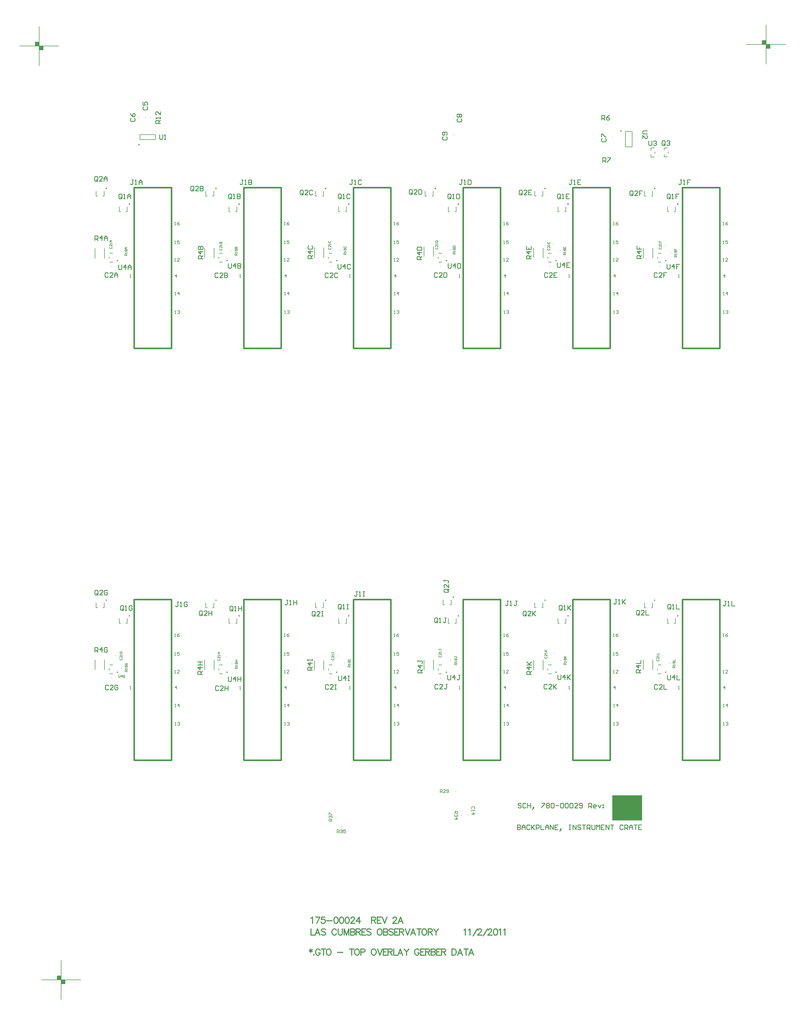
<source format=gto>
%FSLAX23Y23*%
%MOIN*%
G70*
G01*
G75*
G04 Layer_Color=65535*
%ADD10R,0.035X0.037*%
%ADD11R,0.035X0.037*%
%ADD12O,0.079X0.024*%
%ADD13R,0.036X0.028*%
%ADD14R,0.036X0.036*%
%ADD15R,0.050X0.050*%
%ADD16O,0.028X0.098*%
%ADD17R,0.126X0.071*%
%ADD18R,0.050X0.050*%
%ADD19C,0.010*%
%ADD20C,0.050*%
%ADD21C,0.008*%
%ADD22C,0.005*%
%ADD23C,0.012*%
%ADD24C,0.006*%
%ADD25C,0.012*%
%ADD26C,0.012*%
%ADD27C,0.079*%
%ADD28C,0.157*%
%ADD29C,0.020*%
%ADD30C,0.039*%
%ADD31C,0.220*%
%ADD32C,0.085*%
%ADD33C,0.055*%
%ADD34C,0.116*%
%ADD35R,0.055X0.055*%
%ADD36R,0.098X0.098*%
%ADD37C,0.098*%
%ADD38C,0.059*%
%ADD39C,0.080*%
%ADD40C,0.065*%
%ADD41C,0.055*%
%ADD42R,0.098X0.098*%
%ADD43R,0.059X0.059*%
%ADD44R,0.070X0.070*%
%ADD45C,0.070*%
%ADD46C,0.040*%
%ADD47C,0.110*%
%ADD48C,0.217*%
%ADD49C,0.200*%
%ADD50C,0.026*%
%ADD51C,0.050*%
%ADD52C,0.024*%
%ADD53C,0.025*%
%ADD54C,0.040*%
%ADD55C,0.076*%
%ADD56C,0.131*%
%ADD57C,0.080*%
%ADD58C,0.206*%
%ADD59C,0.102*%
%ADD60C,0.075*%
%ADD61C,0.168*%
%ADD62C,0.091*%
%ADD63C,0.138*%
%ADD64C,0.092*%
G04:AMPARAMS|DCode=65|XSize=100mil|YSize=100mil|CornerRadius=0mil|HoleSize=0mil|Usage=FLASHONLY|Rotation=0.000|XOffset=0mil|YOffset=0mil|HoleType=Round|Shape=Relief|Width=10mil|Gap=10mil|Entries=4|*
%AMTHD65*
7,0,0,0.100,0.080,0.010,45*
%
%ADD65THD65*%
%ADD66C,0.073*%
%ADD67C,0.099*%
%ADD68C,0.075*%
%ADD69C,0.168*%
%ADD70C,0.053*%
%ADD71C,0.068*%
G04:AMPARAMS|DCode=72|XSize=70mil|YSize=70mil|CornerRadius=0mil|HoleSize=0mil|Usage=FLASHONLY|Rotation=0.000|XOffset=0mil|YOffset=0mil|HoleType=Round|Shape=Relief|Width=10mil|Gap=10mil|Entries=4|*
%AMTHD72*
7,0,0,0.070,0.050,0.010,45*
%
%ADD72THD72*%
G04:AMPARAMS|DCode=73|XSize=111.181mil|YSize=111.181mil|CornerRadius=0mil|HoleSize=0mil|Usage=FLASHONLY|Rotation=0.000|XOffset=0mil|YOffset=0mil|HoleType=Round|Shape=Relief|Width=30mil|Gap=10mil|Entries=4|*
%AMTHD73*
7,0,0,0.111,0.091,0.030,45*
%
%ADD73THD73*%
G04:AMPARAMS|DCode=74|XSize=112mil|YSize=112mil|CornerRadius=0mil|HoleSize=0mil|Usage=FLASHONLY|Rotation=0.000|XOffset=0mil|YOffset=0mil|HoleType=Round|Shape=Relief|Width=30mil|Gap=10mil|Entries=4|*
%AMTHD74*
7,0,0,0.112,0.092,0.030,45*
%
%ADD74THD74*%
G04:AMPARAMS|DCode=75|XSize=119.055mil|YSize=119.055mil|CornerRadius=0mil|HoleSize=0mil|Usage=FLASHONLY|Rotation=0.000|XOffset=0mil|YOffset=0mil|HoleType=Round|Shape=Relief|Width=30mil|Gap=10mil|Entries=4|*
%AMTHD75*
7,0,0,0.119,0.099,0.030,45*
%
%ADD75THD75*%
G04:AMPARAMS|DCode=76|XSize=100mil|YSize=100mil|CornerRadius=0mil|HoleSize=0mil|Usage=FLASHONLY|Rotation=0.000|XOffset=0mil|YOffset=0mil|HoleType=Round|Shape=Relief|Width=30mil|Gap=10mil|Entries=4|*
%AMTHD76*
7,0,0,0.100,0.080,0.030,45*
%
%ADD76THD76*%
G04:AMPARAMS|DCode=77|XSize=130mil|YSize=130mil|CornerRadius=0mil|HoleSize=0mil|Usage=FLASHONLY|Rotation=0.000|XOffset=0mil|YOffset=0mil|HoleType=Round|Shape=Relief|Width=30mil|Gap=10mil|Entries=4|*
%AMTHD77*
7,0,0,0.130,0.110,0.030,45*
%
%ADD77THD77*%
G04:AMPARAMS|DCode=78|XSize=88mil|YSize=88mil|CornerRadius=0mil|HoleSize=0mil|Usage=FLASHONLY|Rotation=0.000|XOffset=0mil|YOffset=0mil|HoleType=Round|Shape=Relief|Width=30mil|Gap=10mil|Entries=4|*
%AMTHD78*
7,0,0,0.088,0.068,0.030,45*
%
%ADD78THD78*%
G04:AMPARAMS|DCode=79|XSize=70mil|YSize=70mil|CornerRadius=0mil|HoleSize=0mil|Usage=FLASHONLY|Rotation=0.000|XOffset=0mil|YOffset=0mil|HoleType=Round|Shape=Relief|Width=30mil|Gap=10mil|Entries=4|*
%AMTHD79*
7,0,0,0.070,0.050,0.030,45*
%
%ADD79THD79*%
G04:AMPARAMS|DCode=80|XSize=96.221mil|YSize=96.221mil|CornerRadius=0mil|HoleSize=0mil|Usage=FLASHONLY|Rotation=0.000|XOffset=0mil|YOffset=0mil|HoleType=Round|Shape=Relief|Width=10mil|Gap=10mil|Entries=4|*
%AMTHD80*
7,0,0,0.096,0.076,0.010,45*
%
%ADD80THD80*%
G04:AMPARAMS|DCode=81|XSize=150.551mil|YSize=150.551mil|CornerRadius=0mil|HoleSize=0mil|Usage=FLASHONLY|Rotation=0.000|XOffset=0mil|YOffset=0mil|HoleType=Round|Shape=Relief|Width=10mil|Gap=10mil|Entries=4|*
%AMTHD81*
7,0,0,0.151,0.131,0.010,45*
%
%ADD81THD81*%
G04:AMPARAMS|DCode=82|XSize=122mil|YSize=122mil|CornerRadius=0mil|HoleSize=0mil|Usage=FLASHONLY|Rotation=0.000|XOffset=0mil|YOffset=0mil|HoleType=Round|Shape=Relief|Width=10mil|Gap=10mil|Entries=4|*
%AMTHD82*
7,0,0,0.122,0.102,0.010,45*
%
%ADD82THD82*%
G04:AMPARAMS|DCode=83|XSize=95mil|YSize=95mil|CornerRadius=0mil|HoleSize=0mil|Usage=FLASHONLY|Rotation=0.000|XOffset=0mil|YOffset=0mil|HoleType=Round|Shape=Relief|Width=10mil|Gap=10mil|Entries=4|*
%AMTHD83*
7,0,0,0.095,0.075,0.010,45*
%
%ADD83THD83*%
G04:AMPARAMS|DCode=84|XSize=112mil|YSize=112mil|CornerRadius=0mil|HoleSize=0mil|Usage=FLASHONLY|Rotation=0.000|XOffset=0mil|YOffset=0mil|HoleType=Round|Shape=Relief|Width=10mil|Gap=10mil|Entries=4|*
%AMTHD84*
7,0,0,0.112,0.092,0.010,45*
%
%ADD84THD84*%
G04:AMPARAMS|DCode=85|XSize=93.465mil|YSize=93.465mil|CornerRadius=0mil|HoleSize=0mil|Usage=FLASHONLY|Rotation=0.000|XOffset=0mil|YOffset=0mil|HoleType=Round|Shape=Relief|Width=10mil|Gap=10mil|Entries=4|*
%AMTHD85*
7,0,0,0.093,0.073,0.010,45*
%
%ADD85THD85*%
G04:AMPARAMS|DCode=86|XSize=95.433mil|YSize=95.433mil|CornerRadius=0mil|HoleSize=0mil|Usage=FLASHONLY|Rotation=0.000|XOffset=0mil|YOffset=0mil|HoleType=Round|Shape=Relief|Width=10mil|Gap=10mil|Entries=4|*
%AMTHD86*
7,0,0,0.095,0.075,0.010,45*
%
%ADD86THD86*%
G04:AMPARAMS|DCode=87|XSize=72.992mil|YSize=72.992mil|CornerRadius=0mil|HoleSize=0mil|Usage=FLASHONLY|Rotation=0.000|XOffset=0mil|YOffset=0mil|HoleType=Round|Shape=Relief|Width=10mil|Gap=10mil|Entries=4|*
%AMTHD87*
7,0,0,0.073,0.053,0.010,45*
%
%ADD87THD87*%
G04:AMPARAMS|DCode=88|XSize=88mil|YSize=88mil|CornerRadius=0mil|HoleSize=0mil|Usage=FLASHONLY|Rotation=0.000|XOffset=0mil|YOffset=0mil|HoleType=Round|Shape=Relief|Width=10mil|Gap=10mil|Entries=4|*
%AMTHD88*
7,0,0,0.088,0.068,0.010,45*
%
%ADD88THD88*%
%ADD89R,0.272X0.268*%
%ADD90R,0.075X0.037*%
%ADD91R,0.025X0.100*%
%ADD92R,0.057X0.012*%
%ADD93R,0.025X0.185*%
%ADD94R,0.020X0.020*%
%ADD95R,0.016X0.020*%
%ADD96R,0.070X0.135*%
%ADD97R,0.078X0.048*%
%ADD98R,0.063X0.075*%
%ADD99R,0.045X0.017*%
%ADD100R,0.059X0.087*%
%ADD101R,0.126X0.060*%
%ADD102O,0.027X0.010*%
%ADD103R,0.065X0.094*%
%ADD104O,0.010X0.024*%
%ADD105R,0.094X0.065*%
%ADD106R,0.039X0.059*%
%ADD107R,0.040X0.067*%
%ADD108R,0.059X0.051*%
%ADD109R,0.070X0.025*%
%ADD110O,0.098X0.028*%
%ADD111R,0.051X0.059*%
%ADD112R,0.087X0.059*%
%ADD113C,0.020*%
%ADD114C,0.030*%
%ADD115C,0.010*%
%ADD116C,0.010*%
%ADD117C,0.008*%
%ADD118C,0.007*%
%ADD119R,0.384X0.322*%
D19*
X29723Y26541D02*
Y26581D01*
X29713Y26591D01*
X29693D01*
X29683Y26581D01*
Y26541D01*
X29693Y26531D01*
X29713D01*
X29703Y26551D02*
X29723Y26531D01*
X29713D02*
X29723Y26541D01*
X29743Y26531D02*
X29763D01*
X29753D01*
Y26591D01*
X29743Y26581D01*
X29793Y26531D02*
Y26571D01*
X29813Y26591D01*
X29833Y26571D01*
Y26531D01*
Y26561D01*
X29793D01*
X36431Y27399D02*
X36381D01*
X36371Y27389D01*
Y27369D01*
X36381Y27359D01*
X36431D01*
X36371Y27299D02*
Y27339D01*
X36411Y27299D01*
X36421D01*
X36431Y27309D01*
Y27329D01*
X36421Y27339D01*
X29680Y25690D02*
Y25640D01*
X29690Y25630D01*
X29710D01*
X29720Y25640D01*
Y25690D01*
X29770Y25630D02*
Y25690D01*
X29740Y25660D01*
X29780D01*
X29800Y25630D02*
Y25670D01*
X29820Y25690D01*
X29840Y25670D01*
Y25630D01*
Y25660D01*
X29800D01*
X36445Y27270D02*
Y27220D01*
X36455Y27211D01*
X36475D01*
X36485Y27220D01*
Y27270D01*
X36505Y27260D02*
X36515Y27270D01*
X36535D01*
X36545Y27260D01*
Y27250D01*
X36535Y27240D01*
X36525D01*
X36535D01*
X36545Y27230D01*
Y27220D01*
X36535Y27211D01*
X36515D01*
X36505Y27220D01*
X35469Y26771D02*
X35449D01*
X35459D01*
Y26721D01*
X35449Y26711D01*
X35439D01*
X35429Y26721D01*
X35489Y26711D02*
X35509D01*
X35499D01*
Y26771D01*
X35489Y26761D01*
X35579Y26771D02*
X35539D01*
Y26711D01*
X35579D01*
X35539Y26741D02*
X35559D01*
X30202Y27347D02*
Y27297D01*
X30212Y27287D01*
X30232D01*
X30242Y27297D01*
Y27347D01*
X30262Y27287D02*
X30282D01*
X30272D01*
Y27347D01*
X30262Y27337D01*
X29375Y26000D02*
Y26060D01*
X29405D01*
X29415Y26050D01*
Y26030D01*
X29405Y26020D01*
X29375D01*
X29395D02*
X29415Y26000D01*
X29465D02*
Y26060D01*
X29435Y26030D01*
X29475D01*
X29495Y26000D02*
Y26040D01*
X29515Y26060D01*
X29535Y26040D01*
Y26000D01*
Y26030D01*
X29495D01*
X33824Y27322D02*
X33814Y27312D01*
Y27292D01*
X33824Y27282D01*
X33864D01*
X33874Y27292D01*
Y27312D01*
X33864Y27322D01*
Y27342D02*
X33874Y27352D01*
Y27372D01*
X33864Y27382D01*
X33824D01*
X33814Y27372D01*
Y27352D01*
X33824Y27342D01*
X33834D01*
X33844Y27352D01*
Y27382D01*
X34011Y27552D02*
X34001Y27542D01*
Y27522D01*
X34011Y27512D01*
X34051D01*
X34061Y27522D01*
Y27542D01*
X34051Y27552D01*
X34011Y27572D02*
X34001Y27582D01*
Y27602D01*
X34011Y27612D01*
X34021D01*
X34031Y27602D01*
X34041Y27612D01*
X34051D01*
X34061Y27602D01*
Y27582D01*
X34051Y27572D01*
X34041D01*
X34031Y27582D01*
X34021Y27572D01*
X34011D01*
X34031Y27582D02*
Y27602D01*
X36685Y20455D02*
Y20405D01*
X36695Y20395D01*
X36715D01*
X36725Y20405D01*
Y20455D01*
X36775Y20395D02*
Y20455D01*
X36745Y20425D01*
X36785D01*
X36805Y20455D02*
Y20395D01*
X36845D01*
X35285Y20460D02*
Y20410D01*
X35295Y20400D01*
X35315D01*
X35325Y20410D01*
Y20460D01*
X35375Y20400D02*
Y20460D01*
X35345Y20430D01*
X35385D01*
X35405Y20460D02*
Y20400D01*
Y20420D01*
X35445Y20460D01*
X35415Y20430D01*
X35445Y20400D01*
X33880Y20455D02*
Y20405D01*
X33890Y20395D01*
X33910D01*
X33920Y20405D01*
Y20455D01*
X33970Y20395D02*
Y20455D01*
X33940Y20425D01*
X33980D01*
X34040Y20455D02*
X34020D01*
X34030D01*
Y20405D01*
X34020Y20395D01*
X34010D01*
X34000Y20405D01*
X32485Y20445D02*
Y20395D01*
X32495Y20385D01*
X32515D01*
X32525Y20395D01*
Y20445D01*
X32575Y20385D02*
Y20445D01*
X32545Y20415D01*
X32585D01*
X32605Y20445D02*
X32625D01*
X32615D01*
Y20385D01*
X32605D01*
X32625D01*
X31080Y20435D02*
Y20385D01*
X31090Y20375D01*
X31110D01*
X31120Y20385D01*
Y20435D01*
X31170Y20375D02*
Y20435D01*
X31140Y20405D01*
X31180D01*
X31200Y20435D02*
Y20375D01*
Y20405D01*
X31240D01*
Y20435D01*
Y20375D01*
X36680Y25695D02*
Y25645D01*
X36690Y25635D01*
X36710D01*
X36720Y25645D01*
Y25695D01*
X36770Y25635D02*
Y25695D01*
X36740Y25665D01*
X36780D01*
X36840Y25695D02*
X36800D01*
Y25665D01*
X36820D01*
X36800D01*
Y25635D01*
X35280Y25715D02*
Y25665D01*
X35290Y25655D01*
X35310D01*
X35320Y25665D01*
Y25715D01*
X35370Y25655D02*
Y25715D01*
X35340Y25685D01*
X35380D01*
X35440Y25715D02*
X35400D01*
Y25655D01*
X35440D01*
X35400Y25685D02*
X35420D01*
X33885Y25705D02*
Y25655D01*
X33895Y25645D01*
X33915D01*
X33925Y25655D01*
Y25705D01*
X33975Y25645D02*
Y25705D01*
X33945Y25675D01*
X33985D01*
X34005Y25705D02*
Y25645D01*
X34035D01*
X34045Y25655D01*
Y25695D01*
X34035Y25705D01*
X34005D01*
X32480Y25695D02*
Y25645D01*
X32490Y25635D01*
X32510D01*
X32520Y25645D01*
Y25695D01*
X32570Y25635D02*
Y25695D01*
X32540Y25665D01*
X32580D01*
X32640Y25685D02*
X32630Y25695D01*
X32610D01*
X32600Y25685D01*
Y25645D01*
X32610Y25635D01*
X32630D01*
X32640Y25645D01*
X31080Y25705D02*
Y25655D01*
X31090Y25645D01*
X31110D01*
X31120Y25655D01*
Y25705D01*
X31170Y25645D02*
Y25705D01*
X31140Y25675D01*
X31180D01*
X31200Y25705D02*
Y25645D01*
X31230D01*
X31240Y25655D01*
Y25665D01*
X31230Y25675D01*
X31200D01*
X31230D01*
X31240Y25685D01*
Y25695D01*
X31230Y25705D01*
X31200D01*
X36560Y20325D02*
X36550Y20335D01*
X36530D01*
X36520Y20325D01*
Y20285D01*
X36530Y20275D01*
X36550D01*
X36560Y20285D01*
X36620Y20275D02*
X36580D01*
X36620Y20315D01*
Y20325D01*
X36610Y20335D01*
X36590D01*
X36580Y20325D01*
X36640Y20335D02*
Y20275D01*
X36680D01*
X35150Y20330D02*
X35140Y20340D01*
X35120D01*
X35110Y20330D01*
Y20290D01*
X35120Y20280D01*
X35140D01*
X35150Y20290D01*
X35210Y20280D02*
X35170D01*
X35210Y20320D01*
Y20330D01*
X35200Y20340D01*
X35180D01*
X35170Y20330D01*
X35230Y20340D02*
Y20280D01*
Y20300D01*
X35270Y20340D01*
X35240Y20310D01*
X35270Y20280D01*
X33755Y20330D02*
X33745Y20340D01*
X33725D01*
X33715Y20330D01*
Y20290D01*
X33725Y20280D01*
X33745D01*
X33755Y20290D01*
X33815Y20280D02*
X33775D01*
X33815Y20320D01*
Y20330D01*
X33805Y20340D01*
X33785D01*
X33775Y20330D01*
X33875Y20340D02*
X33855D01*
X33865D01*
Y20290D01*
X33855Y20280D01*
X33845D01*
X33835Y20290D01*
X32360Y20325D02*
X32350Y20335D01*
X32330D01*
X32320Y20325D01*
Y20285D01*
X32330Y20275D01*
X32350D01*
X32360Y20285D01*
X32420Y20275D02*
X32380D01*
X32420Y20315D01*
Y20325D01*
X32410Y20335D01*
X32390D01*
X32380Y20325D01*
X32440Y20335D02*
X32460D01*
X32450D01*
Y20275D01*
X32440D01*
X32460D01*
X30955Y20310D02*
X30945Y20320D01*
X30925D01*
X30915Y20310D01*
Y20270D01*
X30925Y20260D01*
X30945D01*
X30955Y20270D01*
X31015Y20260D02*
X30975D01*
X31015Y20300D01*
Y20310D01*
X31005Y20320D01*
X30985D01*
X30975Y20310D01*
X31035Y20320D02*
Y20260D01*
Y20290D01*
X31075D01*
Y20320D01*
Y20260D01*
X29549Y20320D02*
X29539Y20330D01*
X29519D01*
X29509Y20320D01*
Y20280D01*
X29519Y20270D01*
X29539D01*
X29549Y20280D01*
X29609Y20270D02*
X29569D01*
X29609Y20310D01*
Y20320D01*
X29599Y20330D01*
X29579D01*
X29569Y20320D01*
X29669D02*
X29659Y20330D01*
X29639D01*
X29629Y20320D01*
Y20280D01*
X29639Y20270D01*
X29659D01*
X29669Y20280D01*
Y20300D01*
X29649D01*
X36555Y25580D02*
X36545Y25590D01*
X36525D01*
X36515Y25580D01*
Y25540D01*
X36525Y25530D01*
X36545D01*
X36555Y25540D01*
X36615Y25530D02*
X36575D01*
X36615Y25570D01*
Y25580D01*
X36605Y25590D01*
X36585D01*
X36575Y25580D01*
X36675Y25590D02*
X36635D01*
Y25560D01*
X36655D01*
X36635D01*
Y25530D01*
X35155Y25580D02*
X35145Y25590D01*
X35125D01*
X35115Y25580D01*
Y25540D01*
X35125Y25530D01*
X35145D01*
X35155Y25540D01*
X35215Y25530D02*
X35175D01*
X35215Y25570D01*
Y25580D01*
X35205Y25590D01*
X35185D01*
X35175Y25580D01*
X35275Y25590D02*
X35235D01*
Y25530D01*
X35275D01*
X35235Y25560D02*
X35255D01*
X33750Y25580D02*
X33740Y25590D01*
X33720D01*
X33710Y25580D01*
Y25540D01*
X33720Y25530D01*
X33740D01*
X33750Y25540D01*
X33810Y25530D02*
X33770D01*
X33810Y25570D01*
Y25580D01*
X33800Y25590D01*
X33780D01*
X33770Y25580D01*
X33830Y25590D02*
Y25530D01*
X33860D01*
X33870Y25540D01*
Y25580D01*
X33860Y25590D01*
X33830D01*
X32355Y25575D02*
X32345Y25585D01*
X32325D01*
X32315Y25575D01*
Y25535D01*
X32325Y25525D01*
X32345D01*
X32355Y25535D01*
X32415Y25525D02*
X32375D01*
X32415Y25565D01*
Y25575D01*
X32405Y25585D01*
X32385D01*
X32375Y25575D01*
X32475D02*
X32465Y25585D01*
X32445D01*
X32435Y25575D01*
Y25535D01*
X32445Y25525D01*
X32465D01*
X32475Y25535D01*
X30950Y25575D02*
X30940Y25585D01*
X30920D01*
X30910Y25575D01*
Y25535D01*
X30920Y25525D01*
X30940D01*
X30950Y25535D01*
X31010Y25525D02*
X30970D01*
X31010Y25565D01*
Y25575D01*
X31000Y25585D01*
X30980D01*
X30970Y25575D01*
X31030Y25585D02*
Y25525D01*
X31060D01*
X31070Y25535D01*
Y25545D01*
X31060Y25555D01*
X31030D01*
X31060D01*
X31070Y25565D01*
Y25575D01*
X31060Y25585D01*
X31030D01*
X29545Y25580D02*
X29535Y25590D01*
X29515D01*
X29505Y25580D01*
Y25540D01*
X29515Y25530D01*
X29535D01*
X29545Y25540D01*
X29605Y25530D02*
X29565D01*
X29605Y25570D01*
Y25580D01*
X29595Y25590D01*
X29575D01*
X29565Y25580D01*
X29625Y25530D02*
Y25570D01*
X29645Y25590D01*
X29665Y25570D01*
Y25530D01*
Y25560D01*
X29625D01*
X35860Y26996D02*
Y27056D01*
X35890D01*
X35900Y27046D01*
Y27026D01*
X35890Y27016D01*
X35860D01*
X35880D02*
X35900Y26996D01*
X35920Y27056D02*
X35960D01*
Y27046D01*
X35920Y27006D01*
Y26996D01*
X35847Y27536D02*
Y27596D01*
X35877D01*
X35887Y27586D01*
Y27566D01*
X35877Y27556D01*
X35847D01*
X35867D02*
X35887Y27536D01*
X35947Y27596D02*
X35927Y27586D01*
X35907Y27566D01*
Y27546D01*
X35917Y27536D01*
X35937D01*
X35947Y27546D01*
Y27556D01*
X35937Y27566D01*
X35907D01*
X36345Y20485D02*
X36285D01*
Y20515D01*
X36295Y20525D01*
X36315D01*
X36325Y20515D01*
Y20485D01*
Y20505D02*
X36345Y20525D01*
Y20575D02*
X36285D01*
X36315Y20545D01*
Y20585D01*
X36285Y20605D02*
X36345D01*
Y20645D01*
X34950Y20465D02*
X34890D01*
Y20495D01*
X34900Y20505D01*
X34920D01*
X34930Y20495D01*
Y20465D01*
Y20485D02*
X34950Y20505D01*
Y20555D02*
X34890D01*
X34920Y20525D01*
Y20565D01*
X34890Y20585D02*
X34950D01*
X34930D01*
X34890Y20625D01*
X34920Y20595D01*
X34950Y20625D01*
X33560Y20485D02*
X33500D01*
Y20515D01*
X33510Y20525D01*
X33530D01*
X33540Y20515D01*
Y20485D01*
Y20505D02*
X33560Y20525D01*
Y20575D02*
X33500D01*
X33530Y20545D01*
Y20585D01*
X33500Y20645D02*
Y20625D01*
Y20635D01*
X33550D01*
X33560Y20625D01*
Y20615D01*
X33550Y20605D01*
X32154Y20517D02*
X32094D01*
Y20547D01*
X32104Y20557D01*
X32124D01*
X32134Y20547D01*
Y20517D01*
Y20537D02*
X32154Y20557D01*
Y20607D02*
X32094D01*
X32124Y20577D01*
Y20617D01*
X32094Y20637D02*
Y20657D01*
Y20647D01*
X32154D01*
Y20637D01*
Y20657D01*
X30750Y20465D02*
X30690D01*
Y20495D01*
X30700Y20505D01*
X30720D01*
X30730Y20495D01*
Y20465D01*
Y20485D02*
X30750Y20505D01*
Y20555D02*
X30690D01*
X30720Y20525D01*
Y20565D01*
X30690Y20585D02*
X30750D01*
X30720D01*
Y20625D01*
X30690D01*
X30750D01*
X29375Y20750D02*
Y20810D01*
X29405D01*
X29415Y20800D01*
Y20780D01*
X29405Y20770D01*
X29375D01*
X29395D02*
X29415Y20750D01*
X29465D02*
Y20810D01*
X29435Y20780D01*
X29475D01*
X29535Y20800D02*
X29525Y20810D01*
X29505D01*
X29495Y20800D01*
Y20760D01*
X29505Y20750D01*
X29525D01*
X29535Y20760D01*
Y20780D01*
X29515D01*
X36355Y25770D02*
X36295D01*
Y25800D01*
X36305Y25810D01*
X36325D01*
X36335Y25800D01*
Y25770D01*
Y25790D02*
X36355Y25810D01*
Y25860D02*
X36295D01*
X36325Y25830D01*
Y25870D01*
X36295Y25930D02*
Y25890D01*
X36325D01*
Y25910D01*
Y25890D01*
X36355D01*
X34945Y25765D02*
X34885D01*
Y25795D01*
X34895Y25805D01*
X34915D01*
X34925Y25795D01*
Y25765D01*
Y25785D02*
X34945Y25805D01*
Y25855D02*
X34885D01*
X34915Y25825D01*
Y25865D01*
X34885Y25925D02*
Y25885D01*
X34945D01*
Y25925D01*
X34915Y25885D02*
Y25905D01*
X33550Y25755D02*
X33490D01*
Y25785D01*
X33500Y25795D01*
X33520D01*
X33530Y25785D01*
Y25755D01*
Y25775D02*
X33550Y25795D01*
Y25845D02*
X33490D01*
X33520Y25815D01*
Y25855D01*
X33490Y25875D02*
X33550D01*
Y25905D01*
X33540Y25915D01*
X33500D01*
X33490Y25905D01*
Y25875D01*
X32155Y25770D02*
X32095D01*
Y25800D01*
X32105Y25810D01*
X32125D01*
X32135Y25800D01*
Y25770D01*
Y25790D02*
X32155Y25810D01*
Y25860D02*
X32095D01*
X32125Y25830D01*
Y25870D01*
X32105Y25930D02*
X32095Y25920D01*
Y25900D01*
X32105Y25890D01*
X32145D01*
X32155Y25900D01*
Y25920D01*
X32145Y25930D01*
X30755Y25765D02*
X30695D01*
Y25795D01*
X30705Y25805D01*
X30725D01*
X30735Y25795D01*
Y25765D01*
Y25785D02*
X30755Y25805D01*
Y25855D02*
X30695D01*
X30725Y25825D01*
Y25865D01*
X30695Y25885D02*
X30755D01*
Y25915D01*
X30745Y25925D01*
X30735D01*
X30725Y25915D01*
Y25885D01*
Y25915D01*
X30715Y25925D01*
X30705D01*
X30695Y25915D01*
Y25885D01*
X36328Y21233D02*
Y21273D01*
X36318Y21283D01*
X36298D01*
X36288Y21273D01*
Y21233D01*
X36298Y21223D01*
X36318D01*
X36308Y21243D02*
X36328Y21223D01*
X36318D02*
X36328Y21233D01*
X36388Y21223D02*
X36348D01*
X36388Y21263D01*
Y21273D01*
X36378Y21283D01*
X36358D01*
X36348Y21273D01*
X36408Y21283D02*
Y21223D01*
X36448D01*
X34882Y21223D02*
Y21263D01*
X34872Y21273D01*
X34852D01*
X34842Y21263D01*
Y21223D01*
X34852Y21213D01*
X34872D01*
X34862Y21233D02*
X34882Y21213D01*
X34872D02*
X34882Y21223D01*
X34942Y21213D02*
X34902D01*
X34942Y21253D01*
Y21263D01*
X34932Y21273D01*
X34912D01*
X34902Y21263D01*
X34962Y21273D02*
Y21213D01*
Y21233D01*
X35002Y21273D01*
X34972Y21243D01*
X35002Y21213D01*
X33883Y21553D02*
X33843D01*
X33833Y21543D01*
Y21523D01*
X33843Y21513D01*
X33883D01*
X33893Y21523D01*
Y21543D01*
X33873Y21533D02*
X33893Y21553D01*
Y21543D02*
X33883Y21553D01*
X33893Y21613D02*
Y21573D01*
X33853Y21613D01*
X33843D01*
X33833Y21603D01*
Y21583D01*
X33843Y21573D01*
X33833Y21673D02*
Y21653D01*
Y21663D01*
X33883D01*
X33893Y21653D01*
Y21643D01*
X33883Y21633D01*
X32190Y21218D02*
Y21258D01*
X32180Y21268D01*
X32160D01*
X32150Y21258D01*
Y21218D01*
X32160Y21208D01*
X32180D01*
X32170Y21228D02*
X32190Y21208D01*
X32180D02*
X32190Y21218D01*
X32250Y21208D02*
X32210D01*
X32250Y21248D01*
Y21258D01*
X32240Y21268D01*
X32220D01*
X32210Y21258D01*
X32270Y21268D02*
X32290D01*
X32280D01*
Y21208D01*
X32270D01*
X32290D01*
X30749Y21226D02*
Y21266D01*
X30739Y21276D01*
X30719D01*
X30709Y21266D01*
Y21226D01*
X30719Y21216D01*
X30739D01*
X30729Y21236D02*
X30749Y21216D01*
X30739D02*
X30749Y21226D01*
X30809Y21216D02*
X30769D01*
X30809Y21256D01*
Y21266D01*
X30799Y21276D01*
X30779D01*
X30769Y21266D01*
X30829Y21276D02*
Y21216D01*
Y21246D01*
X30869D01*
Y21276D01*
Y21216D01*
X29416Y21489D02*
Y21529D01*
X29406Y21539D01*
X29386D01*
X29376Y21529D01*
Y21489D01*
X29386Y21479D01*
X29406D01*
X29396Y21499D02*
X29416Y21479D01*
X29406D02*
X29416Y21489D01*
X29476Y21479D02*
X29436D01*
X29476Y21519D01*
Y21529D01*
X29466Y21539D01*
X29446D01*
X29436Y21529D01*
X29536D02*
X29526Y21539D01*
X29506D01*
X29496Y21529D01*
Y21489D01*
X29506Y21479D01*
X29526D01*
X29536Y21489D01*
Y21509D01*
X29516D01*
X36246Y26583D02*
Y26623D01*
X36236Y26633D01*
X36216D01*
X36206Y26623D01*
Y26583D01*
X36216Y26573D01*
X36236D01*
X36226Y26593D02*
X36246Y26573D01*
X36236D02*
X36246Y26583D01*
X36306Y26573D02*
X36266D01*
X36306Y26613D01*
Y26623D01*
X36296Y26633D01*
X36276D01*
X36266Y26623D01*
X36366Y26633D02*
X36326D01*
Y26603D01*
X36346D01*
X36326D01*
Y26573D01*
X34833Y26591D02*
Y26631D01*
X34823Y26641D01*
X34803D01*
X34793Y26631D01*
Y26591D01*
X34803Y26581D01*
X34823D01*
X34813Y26601D02*
X34833Y26581D01*
X34823D02*
X34833Y26591D01*
X34893Y26581D02*
X34853D01*
X34893Y26621D01*
Y26631D01*
X34883Y26641D01*
X34863D01*
X34853Y26631D01*
X34953Y26641D02*
X34913D01*
Y26581D01*
X34953D01*
X34913Y26611D02*
X34933D01*
X33428Y26600D02*
Y26640D01*
X33418Y26650D01*
X33398D01*
X33388Y26640D01*
Y26600D01*
X33398Y26590D01*
X33418D01*
X33408Y26610D02*
X33428Y26590D01*
X33418D02*
X33428Y26600D01*
X33488Y26590D02*
X33448D01*
X33488Y26630D01*
Y26640D01*
X33478Y26650D01*
X33458D01*
X33448Y26640D01*
X33508Y26650D02*
Y26590D01*
X33538D01*
X33548Y26600D01*
Y26640D01*
X33538Y26650D01*
X33508D01*
X32035Y26593D02*
Y26633D01*
X32025Y26643D01*
X32005D01*
X31995Y26633D01*
Y26593D01*
X32005Y26583D01*
X32025D01*
X32015Y26603D02*
X32035Y26583D01*
X32025D02*
X32035Y26593D01*
X32095Y26583D02*
X32055D01*
X32095Y26623D01*
Y26633D01*
X32085Y26643D01*
X32065D01*
X32055Y26633D01*
X32155D02*
X32145Y26643D01*
X32125D01*
X32115Y26633D01*
Y26593D01*
X32125Y26583D01*
X32145D01*
X32155Y26593D01*
X30638Y26643D02*
Y26683D01*
X30628Y26693D01*
X30608D01*
X30598Y26683D01*
Y26643D01*
X30608Y26633D01*
X30628D01*
X30618Y26653D02*
X30638Y26633D01*
X30628D02*
X30638Y26643D01*
X30698Y26633D02*
X30658D01*
X30698Y26673D01*
Y26683D01*
X30688Y26693D01*
X30668D01*
X30658Y26683D01*
X30718Y26693D02*
Y26633D01*
X30748D01*
X30758Y26643D01*
Y26653D01*
X30748Y26663D01*
X30718D01*
X30748D01*
X30758Y26673D01*
Y26683D01*
X30748Y26693D01*
X30718D01*
X29413Y26765D02*
Y26805D01*
X29403Y26815D01*
X29383D01*
X29373Y26805D01*
Y26765D01*
X29383Y26755D01*
X29403D01*
X29393Y26775D02*
X29413Y26755D01*
X29403D02*
X29413Y26765D01*
X29473Y26755D02*
X29433D01*
X29473Y26795D01*
Y26805D01*
X29463Y26815D01*
X29443D01*
X29433Y26805D01*
X29493Y26755D02*
Y26795D01*
X29513Y26815D01*
X29533Y26795D01*
Y26755D01*
Y26785D01*
X29493D01*
X36731Y21310D02*
Y21350D01*
X36721Y21360D01*
X36701D01*
X36691Y21350D01*
Y21310D01*
X36701Y21300D01*
X36721D01*
X36711Y21320D02*
X36731Y21300D01*
X36721D02*
X36731Y21310D01*
X36751Y21300D02*
X36771D01*
X36761D01*
Y21360D01*
X36751Y21350D01*
X36801Y21360D02*
Y21300D01*
X36841D01*
X35343Y21296D02*
Y21336D01*
X35333Y21346D01*
X35313D01*
X35303Y21336D01*
Y21296D01*
X35313Y21286D01*
X35333D01*
X35323Y21306D02*
X35343Y21286D01*
X35333D02*
X35343Y21296D01*
X35363Y21286D02*
X35383D01*
X35373D01*
Y21346D01*
X35363Y21336D01*
X35413Y21346D02*
Y21286D01*
Y21306D01*
X35453Y21346D01*
X35423Y21316D01*
X35453Y21286D01*
X33752Y21136D02*
Y21176D01*
X33742Y21186D01*
X33722D01*
X33712Y21176D01*
Y21136D01*
X33722Y21126D01*
X33742D01*
X33732Y21146D02*
X33752Y21126D01*
X33742D02*
X33752Y21136D01*
X33772Y21126D02*
X33792D01*
X33782D01*
Y21186D01*
X33772Y21176D01*
X33862Y21186D02*
X33842D01*
X33852D01*
Y21136D01*
X33842Y21126D01*
X33832D01*
X33822Y21136D01*
X32523Y21310D02*
Y21350D01*
X32513Y21360D01*
X32493D01*
X32483Y21350D01*
Y21310D01*
X32493Y21300D01*
X32513D01*
X32503Y21320D02*
X32523Y21300D01*
X32513D02*
X32523Y21310D01*
X32543Y21300D02*
X32563D01*
X32553D01*
Y21360D01*
X32543Y21350D01*
X32593Y21360D02*
X32613D01*
X32603D01*
Y21300D01*
X32593D01*
X32613D01*
X31138Y21286D02*
Y21326D01*
X31128Y21336D01*
X31108D01*
X31098Y21326D01*
Y21286D01*
X31108Y21276D01*
X31128D01*
X31118Y21296D02*
X31138Y21276D01*
X31128D02*
X31138Y21286D01*
X31158Y21276D02*
X31178D01*
X31168D01*
Y21336D01*
X31158Y21326D01*
X31208Y21336D02*
Y21276D01*
Y21306D01*
X31248D01*
Y21336D01*
Y21276D01*
X29743Y21292D02*
Y21332D01*
X29733Y21342D01*
X29713D01*
X29703Y21332D01*
Y21292D01*
X29713Y21282D01*
X29733D01*
X29723Y21302D02*
X29743Y21282D01*
X29733D02*
X29743Y21292D01*
X29763Y21282D02*
X29783D01*
X29773D01*
Y21342D01*
X29763Y21332D01*
X29853D02*
X29843Y21342D01*
X29823D01*
X29813Y21332D01*
Y21292D01*
X29823Y21282D01*
X29843D01*
X29853Y21292D01*
Y21312D01*
X29833D01*
X36723Y26541D02*
Y26581D01*
X36713Y26591D01*
X36693D01*
X36683Y26581D01*
Y26541D01*
X36693Y26531D01*
X36713D01*
X36703Y26551D02*
X36723Y26531D01*
X36713D02*
X36723Y26541D01*
X36743Y26531D02*
X36763D01*
X36753D01*
Y26591D01*
X36743Y26581D01*
X36833Y26591D02*
X36793D01*
Y26561D01*
X36813D01*
X36793D01*
Y26531D01*
X35323Y26541D02*
Y26581D01*
X35313Y26591D01*
X35293D01*
X35283Y26581D01*
Y26541D01*
X35293Y26531D01*
X35313D01*
X35303Y26551D02*
X35323Y26531D01*
X35313D02*
X35323Y26541D01*
X35343Y26531D02*
X35363D01*
X35353D01*
Y26591D01*
X35343Y26581D01*
X35433Y26591D02*
X35393D01*
Y26531D01*
X35433D01*
X35393Y26561D02*
X35413D01*
X33923Y26541D02*
Y26581D01*
X33913Y26591D01*
X33893D01*
X33883Y26581D01*
Y26541D01*
X33893Y26531D01*
X33913D01*
X33903Y26551D02*
X33923Y26531D01*
X33913D02*
X33923Y26541D01*
X33943Y26531D02*
X33963D01*
X33953D01*
Y26591D01*
X33943Y26581D01*
X33993Y26591D02*
Y26531D01*
X34023D01*
X34033Y26541D01*
Y26581D01*
X34023Y26591D01*
X33993D01*
X32523Y26541D02*
Y26581D01*
X32513Y26591D01*
X32493D01*
X32483Y26581D01*
Y26541D01*
X32493Y26531D01*
X32513D01*
X32503Y26551D02*
X32523Y26531D01*
X32513D02*
X32523Y26541D01*
X32543Y26531D02*
X32563D01*
X32553D01*
Y26591D01*
X32543Y26581D01*
X32633D02*
X32623Y26591D01*
X32603D01*
X32593Y26581D01*
Y26541D01*
X32603Y26531D01*
X32623D01*
X32633Y26541D01*
X31123D02*
Y26581D01*
X31113Y26591D01*
X31093D01*
X31083Y26581D01*
Y26541D01*
X31093Y26531D01*
X31113D01*
X31103Y26551D02*
X31123Y26531D01*
X31113D02*
X31123Y26541D01*
X31143Y26531D02*
X31163D01*
X31153D01*
Y26591D01*
X31143Y26581D01*
X31193Y26591D02*
Y26531D01*
X31223D01*
X31233Y26541D01*
Y26551D01*
X31223Y26561D01*
X31193D01*
X31223D01*
X31233Y26571D01*
Y26581D01*
X31223Y26591D01*
X31193D01*
X37435Y21397D02*
X37415D01*
X37425D01*
Y21347D01*
X37415Y21337D01*
X37405D01*
X37395Y21347D01*
X37455Y21337D02*
X37475D01*
X37465D01*
Y21397D01*
X37455Y21387D01*
X37505Y21397D02*
Y21337D01*
X37545D01*
X36041Y21422D02*
X36021D01*
X36031D01*
Y21372D01*
X36021Y21362D01*
X36011D01*
X36001Y21372D01*
X36061Y21362D02*
X36081D01*
X36071D01*
Y21422D01*
X36061Y21412D01*
X36111Y21422D02*
Y21362D01*
Y21382D01*
X36151Y21422D01*
X36121Y21392D01*
X36151Y21362D01*
X34656Y21401D02*
X34636D01*
X34646D01*
Y21351D01*
X34636Y21341D01*
X34626D01*
X34616Y21351D01*
X34676Y21341D02*
X34696D01*
X34686D01*
Y21401D01*
X34676Y21391D01*
X34766Y21401D02*
X34746D01*
X34756D01*
Y21351D01*
X34746Y21341D01*
X34736D01*
X34726Y21351D01*
X32730Y21522D02*
X32710D01*
X32720D01*
Y21472D01*
X32710Y21462D01*
X32700D01*
X32690Y21472D01*
X32750Y21462D02*
X32770D01*
X32760D01*
Y21522D01*
X32750Y21512D01*
X32800Y21522D02*
X32820D01*
X32810D01*
Y21462D01*
X32800D01*
X32820D01*
X31843Y21412D02*
X31823D01*
X31833D01*
Y21362D01*
X31823Y21352D01*
X31813D01*
X31803Y21362D01*
X31863Y21352D02*
X31883D01*
X31873D01*
Y21412D01*
X31863Y21402D01*
X31913Y21412D02*
Y21352D01*
Y21382D01*
X31953D01*
Y21412D01*
Y21352D01*
X30446Y21390D02*
X30426D01*
X30436D01*
Y21340D01*
X30426Y21330D01*
X30416D01*
X30406Y21340D01*
X30466Y21330D02*
X30486D01*
X30476D01*
Y21390D01*
X30466Y21380D01*
X30556D02*
X30546Y21390D01*
X30526D01*
X30516Y21380D01*
Y21340D01*
X30526Y21330D01*
X30546D01*
X30556Y21340D01*
Y21360D01*
X30536D01*
X36869Y26771D02*
X36849D01*
X36859D01*
Y26721D01*
X36849Y26711D01*
X36839D01*
X36829Y26721D01*
X36889Y26711D02*
X36909D01*
X36899D01*
Y26771D01*
X36889Y26761D01*
X36979Y26771D02*
X36939D01*
Y26741D01*
X36959D01*
X36939D01*
Y26711D01*
X34069Y26771D02*
X34049D01*
X34059D01*
Y26721D01*
X34049Y26711D01*
X34039D01*
X34029Y26721D01*
X34089Y26711D02*
X34109D01*
X34099D01*
Y26771D01*
X34089Y26761D01*
X34139Y26771D02*
Y26711D01*
X34169D01*
X34179Y26721D01*
Y26761D01*
X34169Y26771D01*
X34139D01*
X32669D02*
X32649D01*
X32659D01*
Y26721D01*
X32649Y26711D01*
X32639D01*
X32629Y26721D01*
X32689Y26711D02*
X32709D01*
X32699D01*
Y26771D01*
X32689Y26761D01*
X32779D02*
X32769Y26771D01*
X32749D01*
X32739Y26761D01*
Y26721D01*
X32749Y26711D01*
X32769D01*
X32779Y26721D01*
X31269Y26771D02*
X31249D01*
X31259D01*
Y26721D01*
X31249Y26711D01*
X31239D01*
X31229Y26721D01*
X31289Y26711D02*
X31309D01*
X31299D01*
Y26771D01*
X31289Y26761D01*
X31339Y26771D02*
Y26711D01*
X31369D01*
X31379Y26721D01*
Y26731D01*
X31369Y26741D01*
X31339D01*
X31369D01*
X31379Y26751D01*
Y26761D01*
X31369Y26771D01*
X31339D01*
X29869D02*
X29849D01*
X29859D01*
Y26721D01*
X29849Y26711D01*
X29839D01*
X29829Y26721D01*
X29889Y26711D02*
X29909D01*
X29899D01*
Y26771D01*
X29889Y26761D01*
X29939Y26711D02*
Y26751D01*
X29959Y26771D01*
X29979Y26751D01*
Y26711D01*
Y26741D01*
X29939D01*
X29999Y27706D02*
X29989Y27696D01*
Y27676D01*
X29999Y27666D01*
X30039D01*
X30049Y27676D01*
Y27696D01*
X30039Y27706D01*
X29989Y27766D02*
Y27726D01*
X30019D01*
X30009Y27746D01*
Y27756D01*
X30019Y27766D01*
X30039D01*
X30049Y27756D01*
Y27736D01*
X30039Y27726D01*
X29839Y27559D02*
X29829Y27549D01*
Y27529D01*
X29839Y27519D01*
X29879D01*
X29889Y27529D01*
Y27549D01*
X29879Y27559D01*
X29829Y27619D02*
X29839Y27599D01*
X29859Y27579D01*
X29879D01*
X29889Y27589D01*
Y27609D01*
X29879Y27619D01*
X29869D01*
X29859Y27609D01*
Y27579D01*
X30212Y27491D02*
X30152D01*
Y27521D01*
X30162Y27531D01*
X30182D01*
X30192Y27521D01*
Y27491D01*
Y27511D02*
X30212Y27531D01*
Y27551D02*
Y27571D01*
Y27561D01*
X30152D01*
X30162Y27551D01*
X30212Y27641D02*
Y27601D01*
X30172Y27641D01*
X30162D01*
X30152Y27631D01*
Y27611D01*
X30162Y27601D01*
X35852Y27299D02*
X35842Y27289D01*
Y27269D01*
X35852Y27259D01*
X35892D01*
X35902Y27269D01*
Y27289D01*
X35892Y27299D01*
X35842Y27319D02*
Y27359D01*
X35852D01*
X35892Y27319D01*
X35902D01*
X36655Y27222D02*
Y27262D01*
X36645Y27272D01*
X36625D01*
X36616Y27262D01*
Y27222D01*
X36625Y27212D01*
X36645D01*
X36635Y27232D02*
X36655Y27212D01*
X36645D02*
X36655Y27222D01*
X36675Y27262D02*
X36685Y27272D01*
X36705D01*
X36715Y27262D01*
Y27252D01*
X36705Y27242D01*
X36695D01*
X36705D01*
X36715Y27232D01*
Y27222D01*
X36705Y27212D01*
X36685D01*
X36675Y27222D01*
X34820Y18812D02*
X34810Y18822D01*
X34790D01*
X34780Y18812D01*
Y18802D01*
X34790Y18792D01*
X34810D01*
X34820Y18782D01*
Y18772D01*
X34810Y18762D01*
X34790D01*
X34780Y18772D01*
X34880Y18812D02*
X34870Y18822D01*
X34850D01*
X34840Y18812D01*
Y18772D01*
X34850Y18762D01*
X34870D01*
X34880Y18772D01*
X34900Y18822D02*
Y18762D01*
Y18792D01*
X34940D01*
Y18822D01*
Y18762D01*
X34970Y18752D02*
X34980Y18762D01*
Y18772D01*
X34970D01*
Y18762D01*
X34980D01*
X34970Y18752D01*
X34960Y18742D01*
X35080Y18822D02*
X35120D01*
Y18812D01*
X35080Y18772D01*
Y18762D01*
X35140Y18812D02*
X35150Y18822D01*
X35170D01*
X35180Y18812D01*
Y18802D01*
X35170Y18792D01*
X35180Y18782D01*
Y18772D01*
X35170Y18762D01*
X35150D01*
X35140Y18772D01*
Y18782D01*
X35150Y18792D01*
X35140Y18802D01*
Y18812D01*
X35150Y18792D02*
X35170D01*
X35200Y18812D02*
X35210Y18822D01*
X35230D01*
X35240Y18812D01*
Y18772D01*
X35230Y18762D01*
X35210D01*
X35200Y18772D01*
Y18812D01*
X35260Y18792D02*
X35300D01*
X35320Y18812D02*
X35330Y18822D01*
X35350D01*
X35360Y18812D01*
Y18772D01*
X35350Y18762D01*
X35330D01*
X35320Y18772D01*
Y18812D01*
X35380D02*
X35390Y18822D01*
X35410D01*
X35420Y18812D01*
Y18772D01*
X35410Y18762D01*
X35390D01*
X35380Y18772D01*
Y18812D01*
X35440D02*
X35450Y18822D01*
X35470D01*
X35480Y18812D01*
Y18772D01*
X35470Y18762D01*
X35450D01*
X35440Y18772D01*
Y18812D01*
X35540Y18762D02*
X35500D01*
X35540Y18802D01*
Y18812D01*
X35530Y18822D01*
X35510D01*
X35500Y18812D01*
X35560Y18772D02*
X35570Y18762D01*
X35590D01*
X35600Y18772D01*
Y18812D01*
X35590Y18822D01*
X35570D01*
X35560Y18812D01*
Y18802D01*
X35570Y18792D01*
X35600D01*
X35680Y18762D02*
Y18822D01*
X35710D01*
X35720Y18812D01*
Y18792D01*
X35710Y18782D01*
X35680D01*
X35700D02*
X35720Y18762D01*
X35770D02*
X35750D01*
X35740Y18772D01*
Y18792D01*
X35750Y18802D01*
X35770D01*
X35780Y18792D01*
Y18782D01*
X35740D01*
X35800Y18802D02*
X35820Y18762D01*
X35840Y18802D01*
X35860D02*
X35870D01*
Y18792D01*
X35860D01*
Y18802D01*
Y18772D02*
X35870D01*
Y18762D01*
X35860D01*
Y18772D01*
X34768Y18544D02*
Y18484D01*
X34798D01*
X34808Y18494D01*
Y18504D01*
X34798Y18514D01*
X34768D01*
X34798D01*
X34808Y18524D01*
Y18534D01*
X34798Y18544D01*
X34768D01*
X34828Y18484D02*
Y18524D01*
X34848Y18544D01*
X34868Y18524D01*
Y18484D01*
Y18514D01*
X34828D01*
X34928Y18534D02*
X34918Y18544D01*
X34898D01*
X34888Y18534D01*
Y18494D01*
X34898Y18484D01*
X34918D01*
X34928Y18494D01*
X34948Y18544D02*
Y18484D01*
Y18504D01*
X34988Y18544D01*
X34958Y18514D01*
X34988Y18484D01*
X35008D02*
Y18544D01*
X35038D01*
X35048Y18534D01*
Y18514D01*
X35038Y18504D01*
X35008D01*
X35068Y18544D02*
Y18484D01*
X35108D01*
X35128D02*
Y18524D01*
X35148Y18544D01*
X35168Y18524D01*
Y18484D01*
Y18514D01*
X35128D01*
X35188Y18484D02*
Y18544D01*
X35228Y18484D01*
Y18544D01*
X35288D02*
X35248D01*
Y18484D01*
X35288D01*
X35248Y18514D02*
X35268D01*
X35318Y18474D02*
X35328Y18484D01*
Y18494D01*
X35318D01*
Y18484D01*
X35328D01*
X35318Y18474D01*
X35308Y18464D01*
X35428Y18544D02*
X35448D01*
X35438D01*
Y18484D01*
X35428D01*
X35448D01*
X35478D02*
Y18544D01*
X35518Y18484D01*
Y18544D01*
X35578Y18534D02*
X35568Y18544D01*
X35548D01*
X35538Y18534D01*
Y18524D01*
X35548Y18514D01*
X35568D01*
X35578Y18504D01*
Y18494D01*
X35568Y18484D01*
X35548D01*
X35538Y18494D01*
X35598Y18544D02*
X35638D01*
X35618D01*
Y18484D01*
X35658D02*
Y18544D01*
X35688D01*
X35698Y18534D01*
Y18514D01*
X35688Y18504D01*
X35658D01*
X35678D02*
X35698Y18484D01*
X35718Y18544D02*
Y18494D01*
X35728Y18484D01*
X35748D01*
X35758Y18494D01*
Y18544D01*
X35778Y18484D02*
Y18544D01*
X35798Y18524D01*
X35818Y18544D01*
Y18484D01*
X35878Y18544D02*
X35838D01*
Y18484D01*
X35878D01*
X35838Y18514D02*
X35858D01*
X35898Y18484D02*
Y18544D01*
X35938Y18484D01*
Y18544D01*
X35958D02*
X35998D01*
X35978D01*
Y18484D01*
X36118Y18534D02*
X36108Y18544D01*
X36088D01*
X36078Y18534D01*
Y18494D01*
X36088Y18484D01*
X36108D01*
X36118Y18494D01*
X36138Y18484D02*
Y18544D01*
X36168D01*
X36178Y18534D01*
Y18514D01*
X36168Y18504D01*
X36138D01*
X36158D02*
X36178Y18484D01*
X36198D02*
Y18524D01*
X36218Y18544D01*
X36238Y18524D01*
Y18484D01*
Y18514D01*
X36198D01*
X36258Y18544D02*
X36298D01*
X36278D01*
Y18484D01*
X36357Y18544D02*
X36317D01*
Y18484D01*
X36357D01*
X36317Y18514D02*
X36337D01*
D21*
X29670Y25742D02*
X29664Y25748D01*
X29658Y25742D01*
X29664Y25736D01*
X29670Y25742D01*
X36670Y20491D02*
X36664Y20497D01*
X36658Y20491D01*
X36664Y20485D01*
X36670Y20491D01*
X35270D02*
X35264Y20497D01*
X35258Y20491D01*
X35264Y20485D01*
X35270Y20491D01*
X33870D02*
X33864Y20497D01*
X33858Y20491D01*
X33864Y20485D01*
X33870Y20491D01*
X32470D02*
X32464Y20497D01*
X32458Y20491D01*
X32464Y20485D01*
X32470Y20491D01*
X31070D02*
X31064Y20497D01*
X31058Y20491D01*
X31064Y20485D01*
X31070Y20491D01*
X29670D02*
X29664Y20497D01*
X29658Y20491D01*
X29664Y20485D01*
X29670Y20491D01*
X36670Y25742D02*
X36664Y25748D01*
X36658Y25742D01*
X36664Y25736D01*
X36670Y25742D01*
X35270D02*
X35264Y25748D01*
X35258Y25742D01*
X35264Y25736D01*
X35270Y25742D01*
X33870D02*
X33864Y25748D01*
X33858Y25742D01*
X33864Y25736D01*
X33870Y25742D01*
X32470D02*
X32464Y25748D01*
X32458Y25742D01*
X32464Y25736D01*
X32470Y25742D01*
X31070D02*
X31064Y25748D01*
X31058Y25742D01*
X31064Y25736D01*
X31070Y25742D01*
X29664Y25738D02*
Y25746D01*
X29660Y25742D02*
X29668D01*
X36664Y20487D02*
Y20495D01*
X36660Y20491D02*
X36668D01*
X35264Y20487D02*
Y20495D01*
X35260Y20491D02*
X35268D01*
X33864Y20487D02*
Y20495D01*
X33860Y20491D02*
X33868D01*
X32464Y20487D02*
Y20495D01*
X32460Y20491D02*
X32468D01*
X31064Y20487D02*
Y20495D01*
X31060Y20491D02*
X31068D01*
X29664Y20487D02*
Y20495D01*
X29660Y20491D02*
X29668D01*
X36664Y25738D02*
Y25746D01*
X36660Y25742D02*
X36668D01*
X35264Y25738D02*
Y25746D01*
X35260Y25742D02*
X35268D01*
X33864Y25738D02*
Y25746D01*
X33860Y25742D02*
X33868D01*
X32464Y25738D02*
Y25746D01*
X32460Y25742D02*
X32468D01*
X31064Y25738D02*
Y25746D01*
X31060Y25742D02*
X31068D01*
X32405Y18593D02*
X32365D01*
Y18613D01*
X32372Y18620D01*
X32385D01*
X32392Y18613D01*
Y18593D01*
Y18606D02*
X32405Y18620D01*
X32372Y18633D02*
X32365Y18640D01*
Y18653D01*
X32372Y18660D01*
X32378D01*
X32385Y18653D01*
Y18646D01*
Y18653D01*
X32392Y18660D01*
X32398D01*
X32405Y18653D01*
Y18640D01*
X32398Y18633D01*
X32365Y18673D02*
Y18700D01*
X32372D01*
X32398Y18673D01*
X32405D01*
X32471Y18443D02*
Y18483D01*
X32491D01*
X32498Y18476D01*
Y18463D01*
X32491Y18456D01*
X32471D01*
X32484D02*
X32498Y18443D01*
X32511Y18476D02*
X32518Y18483D01*
X32531D01*
X32538Y18476D01*
Y18470D01*
X32531Y18463D01*
X32524D01*
X32531D01*
X32538Y18456D01*
Y18450D01*
X32531Y18443D01*
X32518D01*
X32511Y18450D01*
X32578Y18483D02*
X32551D01*
Y18463D01*
X32564Y18470D01*
X32571D01*
X32578Y18463D01*
Y18450D01*
X32571Y18443D01*
X32558D01*
X32551Y18450D01*
X33971Y18719D02*
X34011D01*
Y18699D01*
X34004Y18693D01*
X33991D01*
X33984Y18699D01*
Y18719D01*
Y18706D02*
X33971Y18693D01*
X34004Y18679D02*
X34011Y18673D01*
Y18659D01*
X34004Y18653D01*
X33997D01*
X33991Y18659D01*
Y18666D01*
Y18659D01*
X33984Y18653D01*
X33977D01*
X33971Y18659D01*
Y18673D01*
X33977Y18679D01*
X33971Y18619D02*
X34011D01*
X33991Y18639D01*
Y18613D01*
X33787Y18955D02*
Y18995D01*
X33807D01*
X33813Y18989D01*
Y18975D01*
X33807Y18969D01*
X33787D01*
X33800D02*
X33813Y18955D01*
X33853D02*
X33827D01*
X33853Y18982D01*
Y18989D01*
X33847Y18995D01*
X33833D01*
X33827Y18989D01*
X33867Y18962D02*
X33873Y18955D01*
X33887D01*
X33893Y18962D01*
Y18989D01*
X33887Y18995D01*
X33873D01*
X33867Y18989D01*
Y18982D01*
X33873Y18975D01*
X33893D01*
X34218Y18748D02*
X34225Y18754D01*
Y18768D01*
X34218Y18774D01*
X34191D01*
X34185Y18768D01*
Y18754D01*
X34191Y18748D01*
X34185Y18734D02*
Y18721D01*
Y18728D01*
X34225D01*
X34218Y18734D01*
X34185Y18681D02*
X34225D01*
X34205Y18701D01*
Y18674D01*
X28695Y16570D02*
X29195D01*
X28945Y16320D02*
Y16820D01*
X28995Y16520D02*
Y16570D01*
X28945Y16520D02*
X28995D01*
X28895Y16570D02*
Y16620D01*
X28945D01*
X28900Y16575D02*
X28940D01*
X28900D02*
Y16615D01*
X28940D01*
Y16575D02*
Y16615D01*
X28905Y16580D02*
X28935D01*
X28905D02*
Y16610D01*
X28935D01*
Y16585D02*
Y16610D01*
X28910Y16585D02*
X28930D01*
X28910D02*
Y16605D01*
X28930D01*
Y16590D02*
Y16605D01*
X28915Y16590D02*
X28925D01*
X28915D02*
Y16600D01*
X28925D01*
Y16590D02*
Y16600D01*
X28915Y16595D02*
X28925D01*
X28950Y16525D02*
X28990D01*
X28950D02*
Y16565D01*
X28990D01*
Y16525D02*
Y16565D01*
X28955Y16530D02*
X28985D01*
X28955D02*
Y16560D01*
X28985D01*
Y16535D02*
Y16560D01*
X28960Y16535D02*
X28980D01*
X28960D02*
Y16555D01*
X28980D01*
Y16540D02*
Y16555D01*
X28965Y16540D02*
X28975D01*
X28965D02*
Y16550D01*
X28975D01*
Y16540D02*
Y16550D01*
X28965Y16545D02*
X28975D01*
X28415Y28480D02*
X28915D01*
X28665Y28230D02*
Y28730D01*
X28715Y28430D02*
Y28480D01*
X28665Y28430D02*
X28715D01*
X28615Y28480D02*
Y28530D01*
X28665D01*
X28620Y28485D02*
X28660D01*
X28620D02*
Y28525D01*
X28660D01*
Y28485D02*
Y28525D01*
X28625Y28490D02*
X28655D01*
X28625D02*
Y28520D01*
X28655D01*
Y28495D02*
Y28520D01*
X28630Y28495D02*
X28650D01*
X28630D02*
Y28515D01*
X28650D01*
Y28500D02*
Y28515D01*
X28635Y28500D02*
X28645D01*
X28635D02*
Y28510D01*
X28645D01*
Y28500D02*
Y28510D01*
X28635Y28505D02*
X28645D01*
X28670Y28435D02*
X28710D01*
X28670D02*
Y28475D01*
X28710D01*
Y28435D02*
Y28475D01*
X28675Y28440D02*
X28705D01*
X28675D02*
Y28470D01*
X28705D01*
Y28445D02*
Y28470D01*
X28680Y28445D02*
X28700D01*
X28680D02*
Y28465D01*
X28700D01*
Y28450D02*
Y28465D01*
X28685Y28450D02*
X28695D01*
X28685D02*
Y28460D01*
X28695D01*
Y28450D02*
Y28460D01*
X28685Y28455D02*
X28695D01*
X37695Y28500D02*
X38195D01*
X37945Y28250D02*
Y28750D01*
X37995Y28450D02*
Y28500D01*
X37945Y28450D02*
X37995D01*
X37895Y28500D02*
Y28550D01*
X37945D01*
X37900Y28505D02*
X37940D01*
X37900D02*
Y28545D01*
X37940D01*
Y28505D02*
Y28545D01*
X37905Y28510D02*
X37935D01*
X37905D02*
Y28540D01*
X37935D01*
Y28515D02*
Y28540D01*
X37910Y28515D02*
X37930D01*
X37910D02*
Y28535D01*
X37930D01*
Y28520D02*
Y28535D01*
X37915Y28520D02*
X37925D01*
X37915D02*
Y28530D01*
X37925D01*
Y28520D02*
Y28530D01*
X37915Y28525D02*
X37925D01*
X37950Y28455D02*
X37990D01*
X37950D02*
Y28495D01*
X37990D01*
Y28455D02*
Y28495D01*
X37955Y28460D02*
X37985D01*
X37955D02*
Y28490D01*
X37985D01*
Y28465D02*
Y28490D01*
X37960Y28465D02*
X37980D01*
X37960D02*
Y28485D01*
X37980D01*
Y28470D02*
Y28485D01*
X37965Y28470D02*
X37975D01*
X37965D02*
Y28480D01*
X37975D01*
Y28470D02*
Y28480D01*
X37965Y28475D02*
X37975D01*
D23*
X32136Y17353D02*
X32144Y17357D01*
X32155Y17369D01*
Y17289D01*
X32248Y17369D02*
X32210Y17289D01*
X32195Y17369D02*
X32248D01*
X32312D02*
X32274D01*
X32270Y17334D01*
X32274Y17338D01*
X32285Y17342D01*
X32296D01*
X32308Y17338D01*
X32315Y17330D01*
X32319Y17319D01*
Y17311D01*
X32315Y17300D01*
X32308Y17292D01*
X32296Y17289D01*
X32285D01*
X32274Y17292D01*
X32270Y17296D01*
X32266Y17304D01*
X32337Y17323D02*
X32406D01*
X32452Y17369D02*
X32441Y17365D01*
X32433Y17353D01*
X32429Y17334D01*
Y17323D01*
X32433Y17304D01*
X32441Y17292D01*
X32452Y17289D01*
X32460D01*
X32471Y17292D01*
X32479Y17304D01*
X32483Y17323D01*
Y17334D01*
X32479Y17353D01*
X32471Y17365D01*
X32460Y17369D01*
X32452D01*
X32523D02*
X32512Y17365D01*
X32504Y17353D01*
X32501Y17334D01*
Y17323D01*
X32504Y17304D01*
X32512Y17292D01*
X32523Y17289D01*
X32531D01*
X32542Y17292D01*
X32550Y17304D01*
X32554Y17323D01*
Y17334D01*
X32550Y17353D01*
X32542Y17365D01*
X32531Y17369D01*
X32523D01*
X32595D02*
X32583Y17365D01*
X32576Y17353D01*
X32572Y17334D01*
Y17323D01*
X32576Y17304D01*
X32583Y17292D01*
X32595Y17289D01*
X32602D01*
X32614Y17292D01*
X32621Y17304D01*
X32625Y17323D01*
Y17334D01*
X32621Y17353D01*
X32614Y17365D01*
X32602Y17369D01*
X32595D01*
X32647Y17350D02*
Y17353D01*
X32651Y17361D01*
X32654Y17365D01*
X32662Y17369D01*
X32677D01*
X32685Y17365D01*
X32689Y17361D01*
X32692Y17353D01*
Y17346D01*
X32689Y17338D01*
X32681Y17327D01*
X32643Y17289D01*
X32696D01*
X32752Y17369D02*
X32714Y17315D01*
X32771D01*
X32752Y17369D02*
Y17289D01*
X32911Y17369D02*
Y17289D01*
Y17369D02*
X32945D01*
X32957Y17365D01*
X32961Y17361D01*
X32964Y17353D01*
Y17346D01*
X32961Y17338D01*
X32957Y17334D01*
X32945Y17330D01*
X32911D01*
X32938D02*
X32964Y17289D01*
X33032Y17369D02*
X32982D01*
Y17289D01*
X33032D01*
X32982Y17330D02*
X33013D01*
X33045Y17369D02*
X33076Y17289D01*
X33106Y17369D02*
X33076Y17289D01*
X33183Y17350D02*
Y17353D01*
X33187Y17361D01*
X33191Y17365D01*
X33198Y17369D01*
X33214D01*
X33221Y17365D01*
X33225Y17361D01*
X33229Y17353D01*
Y17346D01*
X33225Y17338D01*
X33217Y17327D01*
X33179Y17289D01*
X33233D01*
X33311D02*
X33281Y17369D01*
X33250Y17289D01*
X33262Y17315D02*
X33300D01*
D24*
X29567Y25722D02*
X29605D01*
X29567Y25836D02*
X29605D01*
X29560Y25768D02*
Y25790D01*
X36526Y27109D02*
Y27131D01*
X36476Y27063D02*
Y27094D01*
Y27146D02*
Y27177D01*
Y27063D02*
X36519D01*
X36476Y27177D02*
X36519D01*
X36567Y20471D02*
X36605D01*
X36567Y20585D02*
X36605D01*
X36560Y20517D02*
Y20539D01*
X35167Y20471D02*
X35205D01*
X35167Y20585D02*
X35205D01*
X35160Y20517D02*
Y20539D01*
X33767Y20471D02*
X33805D01*
X33767Y20585D02*
X33805D01*
X33760Y20517D02*
Y20539D01*
X32367Y20471D02*
X32405D01*
X32367Y20585D02*
X32405D01*
X32360Y20517D02*
Y20539D01*
X30967Y20471D02*
X31005D01*
X30967Y20585D02*
X31005D01*
X30960Y20517D02*
Y20539D01*
X29567Y20471D02*
X29605D01*
X29567Y20585D02*
X29605D01*
X29560Y20517D02*
Y20539D01*
X36567Y25722D02*
X36605D01*
X36567Y25836D02*
X36605D01*
X36560Y25768D02*
Y25790D01*
X35167Y25722D02*
X35205D01*
X35167Y25836D02*
X35205D01*
X35160Y25768D02*
Y25790D01*
X33767Y25722D02*
X33805D01*
X33767Y25836D02*
X33805D01*
X33760Y25768D02*
Y25790D01*
X32367Y25722D02*
X32405D01*
X32367Y25836D02*
X32405D01*
X32360Y25768D02*
Y25790D01*
X30967Y25722D02*
X31005D01*
X30967Y25836D02*
X31005D01*
X30960Y25768D02*
Y25790D01*
X36696Y27111D02*
Y27133D01*
X36646Y27065D02*
Y27096D01*
Y27148D02*
Y27179D01*
Y27065D02*
X36689D01*
X36646Y27179D02*
X36689D01*
X36785Y20550D02*
X36755D01*
Y20565D01*
X36760Y20570D01*
X36770D01*
X36775Y20565D01*
Y20550D01*
Y20560D02*
X36785Y20570D01*
Y20580D02*
Y20590D01*
Y20585D01*
X36755D01*
X36760Y20580D01*
Y20605D02*
X36755Y20610D01*
Y20620D01*
X36760Y20625D01*
X36765D01*
X36770Y20620D01*
X36775Y20625D01*
X36780D01*
X36785Y20620D01*
Y20610D01*
X36780Y20605D01*
X36775D01*
X36770Y20610D01*
X36765Y20605D01*
X36760D01*
X36770Y20610D02*
Y20620D01*
X36755Y20635D02*
X36785D01*
Y20655D01*
X29680Y20454D02*
Y20429D01*
X29685Y20424D01*
X29695D01*
X29700Y20429D01*
Y20454D01*
X29725Y20424D02*
Y20454D01*
X29710Y20439D01*
X29730D01*
X29760Y20449D02*
X29755Y20454D01*
X29745D01*
X29740Y20449D01*
Y20429D01*
X29745Y20424D01*
X29755D01*
X29760Y20429D01*
Y20439D01*
X29750D01*
X29570Y25915D02*
X29565Y25910D01*
Y25900D01*
X29570Y25895D01*
X29590D01*
X29595Y25900D01*
Y25910D01*
X29590Y25915D01*
X29595Y25945D02*
Y25925D01*
X29575Y25945D01*
X29570D01*
X29565Y25940D01*
Y25930D01*
X29570Y25925D01*
X29595Y25955D02*
Y25965D01*
Y25960D01*
X29565D01*
X29570Y25955D01*
X29595Y25980D02*
X29575D01*
X29565Y25990D01*
X29575Y26000D01*
X29595D01*
X29580D01*
Y25980D01*
X30975Y25895D02*
X30970Y25890D01*
Y25880D01*
X30975Y25875D01*
X30995D01*
X31000Y25880D01*
Y25890D01*
X30995Y25895D01*
X31000Y25925D02*
Y25905D01*
X30980Y25925D01*
X30975D01*
X30970Y25920D01*
Y25910D01*
X30975Y25905D01*
X31000Y25935D02*
Y25945D01*
Y25940D01*
X30970D01*
X30975Y25935D01*
X30970Y25960D02*
X31000D01*
Y25975D01*
X30995Y25980D01*
X30990D01*
X30985Y25975D01*
Y25960D01*
Y25975D01*
X30980Y25980D01*
X30975D01*
X30970Y25975D01*
Y25960D01*
X32365Y25905D02*
X32360Y25900D01*
Y25890D01*
X32365Y25885D01*
X32385D01*
X32390Y25890D01*
Y25900D01*
X32385Y25905D01*
X32390Y25935D02*
Y25915D01*
X32370Y25935D01*
X32365D01*
X32360Y25930D01*
Y25920D01*
X32365Y25915D01*
X32390Y25945D02*
Y25955D01*
Y25950D01*
X32360D01*
X32365Y25945D01*
Y25990D02*
X32360Y25985D01*
Y25975D01*
X32365Y25970D01*
X32385D01*
X32390Y25975D01*
Y25985D01*
X32385Y25990D01*
X33730Y25910D02*
X33725Y25905D01*
Y25895D01*
X33730Y25890D01*
X33750D01*
X33755Y25895D01*
Y25905D01*
X33750Y25910D01*
X33755Y25940D02*
Y25920D01*
X33735Y25940D01*
X33730D01*
X33725Y25935D01*
Y25925D01*
X33730Y25920D01*
X33755Y25950D02*
Y25960D01*
Y25955D01*
X33725D01*
X33730Y25950D01*
X33725Y25975D02*
X33755D01*
Y25990D01*
X33750Y25995D01*
X33730D01*
X33725Y25990D01*
Y25975D01*
X35160Y25895D02*
X35155Y25890D01*
Y25880D01*
X35160Y25875D01*
X35180D01*
X35185Y25880D01*
Y25890D01*
X35180Y25895D01*
X35185Y25925D02*
Y25905D01*
X35165Y25925D01*
X35160D01*
X35155Y25920D01*
Y25910D01*
X35160Y25905D01*
X35185Y25935D02*
Y25945D01*
Y25940D01*
X35155D01*
X35160Y25935D01*
X35155Y25980D02*
Y25960D01*
X35185D01*
Y25980D01*
X35170Y25960D02*
Y25970D01*
X36585Y25910D02*
X36580Y25905D01*
Y25895D01*
X36585Y25890D01*
X36605D01*
X36610Y25895D01*
Y25905D01*
X36605Y25910D01*
X36610Y25940D02*
Y25920D01*
X36590Y25940D01*
X36585D01*
X36580Y25935D01*
Y25925D01*
X36585Y25920D01*
X36610Y25950D02*
Y25960D01*
Y25955D01*
X36580D01*
X36585Y25950D01*
X36580Y25995D02*
Y25975D01*
X36595D01*
Y25985D01*
Y25975D01*
X36610D01*
X29700Y20668D02*
X29695Y20663D01*
Y20653D01*
X29700Y20648D01*
X29720D01*
X29725Y20653D01*
Y20663D01*
X29720Y20668D01*
X29725Y20698D02*
Y20678D01*
X29705Y20698D01*
X29700D01*
X29695Y20693D01*
Y20683D01*
X29700Y20678D01*
X29725Y20708D02*
Y20718D01*
Y20713D01*
X29695D01*
X29700Y20708D01*
Y20753D02*
X29695Y20748D01*
Y20738D01*
X29700Y20733D01*
X29720D01*
X29725Y20738D01*
Y20748D01*
X29720Y20753D01*
X29710D01*
Y20743D01*
X30950Y20660D02*
X30945Y20655D01*
Y20645D01*
X30950Y20640D01*
X30970D01*
X30975Y20645D01*
Y20655D01*
X30970Y20660D01*
X30975Y20690D02*
Y20670D01*
X30955Y20690D01*
X30950D01*
X30945Y20685D01*
Y20675D01*
X30950Y20670D01*
X30975Y20700D02*
Y20710D01*
Y20705D01*
X30945D01*
X30950Y20700D01*
X30945Y20725D02*
X30975D01*
X30960D01*
Y20745D01*
X30945D01*
X30975D01*
X32405Y20670D02*
X32400Y20665D01*
Y20655D01*
X32405Y20650D01*
X32425D01*
X32430Y20655D01*
Y20665D01*
X32425Y20670D01*
X32430Y20700D02*
Y20680D01*
X32410Y20700D01*
X32405D01*
X32400Y20695D01*
Y20685D01*
X32405Y20680D01*
X32430Y20710D02*
Y20720D01*
Y20715D01*
X32400D01*
X32405Y20710D01*
X32400Y20735D02*
Y20745D01*
Y20740D01*
X32430D01*
Y20735D01*
Y20745D01*
X33775Y20705D02*
X33770Y20700D01*
Y20690D01*
X33775Y20685D01*
X33795D01*
X33800Y20690D01*
Y20700D01*
X33795Y20705D01*
X33800Y20735D02*
Y20715D01*
X33780Y20735D01*
X33775D01*
X33770Y20730D01*
Y20720D01*
X33775Y20715D01*
X33800Y20745D02*
Y20755D01*
Y20750D01*
X33770D01*
X33775Y20745D01*
X33770Y20790D02*
Y20780D01*
Y20785D01*
X33795D01*
X33800Y20780D01*
Y20775D01*
X33795Y20770D01*
X35125Y20690D02*
X35120Y20685D01*
Y20675D01*
X35125Y20670D01*
X35145D01*
X35150Y20675D01*
Y20685D01*
X35145Y20690D01*
X35150Y20720D02*
Y20700D01*
X35130Y20720D01*
X35125D01*
X35120Y20715D01*
Y20705D01*
X35125Y20700D01*
X35150Y20730D02*
Y20740D01*
Y20735D01*
X35120D01*
X35125Y20730D01*
X35120Y20755D02*
X35150D01*
X35140D01*
X35120Y20775D01*
X35135Y20760D01*
X35150Y20775D01*
X36555Y20655D02*
X36550Y20650D01*
Y20640D01*
X36555Y20635D01*
X36575D01*
X36580Y20640D01*
Y20650D01*
X36575Y20655D01*
X36580Y20685D02*
Y20665D01*
X36560Y20685D01*
X36555D01*
X36550Y20680D01*
Y20670D01*
X36555Y20665D01*
X36580Y20695D02*
Y20705D01*
Y20700D01*
X36550D01*
X36555Y20695D01*
X36550Y20720D02*
X36580D01*
Y20740D01*
X29790Y25805D02*
X29760D01*
Y25820D01*
X29765Y25825D01*
X29775D01*
X29780Y25820D01*
Y25805D01*
Y25815D02*
X29790Y25825D01*
Y25835D02*
Y25845D01*
Y25840D01*
X29760D01*
X29765Y25835D01*
Y25860D02*
X29760Y25865D01*
Y25875D01*
X29765Y25880D01*
X29770D01*
X29775Y25875D01*
X29780Y25880D01*
X29785D01*
X29790Y25875D01*
Y25865D01*
X29785Y25860D01*
X29780D01*
X29775Y25865D01*
X29770Y25860D01*
X29765D01*
X29775Y25865D02*
Y25875D01*
X29790Y25890D02*
X29770D01*
X29760Y25900D01*
X29770Y25910D01*
X29790D01*
X29775D01*
Y25890D01*
X31195Y25810D02*
X31165D01*
Y25825D01*
X31170Y25830D01*
X31180D01*
X31185Y25825D01*
Y25810D01*
Y25820D02*
X31195Y25830D01*
Y25840D02*
Y25850D01*
Y25845D01*
X31165D01*
X31170Y25840D01*
Y25865D02*
X31165Y25870D01*
Y25880D01*
X31170Y25885D01*
X31175D01*
X31180Y25880D01*
X31185Y25885D01*
X31190D01*
X31195Y25880D01*
Y25870D01*
X31190Y25865D01*
X31185D01*
X31180Y25870D01*
X31175Y25865D01*
X31170D01*
X31180Y25870D02*
Y25880D01*
X31165Y25895D02*
X31195D01*
Y25910D01*
X31190Y25915D01*
X31185D01*
X31180Y25910D01*
Y25895D01*
Y25910D01*
X31175Y25915D01*
X31170D01*
X31165Y25910D01*
Y25895D01*
X32585Y25820D02*
X32555D01*
Y25835D01*
X32560Y25840D01*
X32570D01*
X32575Y25835D01*
Y25820D01*
Y25830D02*
X32585Y25840D01*
Y25850D02*
Y25860D01*
Y25855D01*
X32555D01*
X32560Y25850D01*
Y25875D02*
X32555Y25880D01*
Y25890D01*
X32560Y25895D01*
X32565D01*
X32570Y25890D01*
X32575Y25895D01*
X32580D01*
X32585Y25890D01*
Y25880D01*
X32580Y25875D01*
X32575D01*
X32570Y25880D01*
X32565Y25875D01*
X32560D01*
X32570Y25880D02*
Y25890D01*
X32560Y25925D02*
X32555Y25920D01*
Y25910D01*
X32560Y25905D01*
X32580D01*
X32585Y25910D01*
Y25920D01*
X32580Y25925D01*
X33980Y25825D02*
X33950D01*
Y25840D01*
X33955Y25845D01*
X33965D01*
X33970Y25840D01*
Y25825D01*
Y25835D02*
X33980Y25845D01*
Y25855D02*
Y25865D01*
Y25860D01*
X33950D01*
X33955Y25855D01*
Y25880D02*
X33950Y25885D01*
Y25895D01*
X33955Y25900D01*
X33960D01*
X33965Y25895D01*
X33970Y25900D01*
X33975D01*
X33980Y25895D01*
Y25885D01*
X33975Y25880D01*
X33970D01*
X33965Y25885D01*
X33960Y25880D01*
X33955D01*
X33965Y25885D02*
Y25895D01*
X33950Y25910D02*
X33980D01*
Y25925D01*
X33975Y25930D01*
X33955D01*
X33950Y25925D01*
Y25910D01*
X35390Y25815D02*
X35360D01*
Y25830D01*
X35365Y25835D01*
X35375D01*
X35380Y25830D01*
Y25815D01*
Y25825D02*
X35390Y25835D01*
Y25845D02*
Y25855D01*
Y25850D01*
X35360D01*
X35365Y25845D01*
Y25870D02*
X35360Y25875D01*
Y25885D01*
X35365Y25890D01*
X35370D01*
X35375Y25885D01*
X35380Y25890D01*
X35385D01*
X35390Y25885D01*
Y25875D01*
X35385Y25870D01*
X35380D01*
X35375Y25875D01*
X35370Y25870D01*
X35365D01*
X35375Y25875D02*
Y25885D01*
X35360Y25920D02*
Y25900D01*
X35390D01*
Y25920D01*
X35375Y25900D02*
Y25910D01*
X36805Y25790D02*
X36775D01*
Y25805D01*
X36780Y25810D01*
X36790D01*
X36795Y25805D01*
Y25790D01*
Y25800D02*
X36805Y25810D01*
Y25820D02*
Y25830D01*
Y25825D01*
X36775D01*
X36780Y25820D01*
Y25845D02*
X36775Y25850D01*
Y25860D01*
X36780Y25865D01*
X36785D01*
X36790Y25860D01*
X36795Y25865D01*
X36800D01*
X36805Y25860D01*
Y25850D01*
X36800Y25845D01*
X36795D01*
X36790Y25850D01*
X36785Y25845D01*
X36780D01*
X36790Y25850D02*
Y25860D01*
X36775Y25895D02*
Y25875D01*
X36790D01*
Y25885D01*
Y25875D01*
X36805D01*
X29794Y20500D02*
X29764D01*
Y20515D01*
X29769Y20520D01*
X29779D01*
X29784Y20515D01*
Y20500D01*
Y20510D02*
X29794Y20520D01*
Y20530D02*
Y20540D01*
Y20535D01*
X29764D01*
X29769Y20530D01*
Y20555D02*
X29764Y20560D01*
Y20570D01*
X29769Y20575D01*
X29774D01*
X29779Y20570D01*
X29784Y20575D01*
X29789D01*
X29794Y20570D01*
Y20560D01*
X29789Y20555D01*
X29784D01*
X29779Y20560D01*
X29774Y20555D01*
X29769D01*
X29779Y20560D02*
Y20570D01*
X29769Y20605D02*
X29764Y20600D01*
Y20590D01*
X29769Y20585D01*
X29789D01*
X29794Y20590D01*
Y20600D01*
X29789Y20605D01*
X29779D01*
Y20595D01*
X31200Y20540D02*
X31170D01*
Y20555D01*
X31175Y20560D01*
X31185D01*
X31190Y20555D01*
Y20540D01*
Y20550D02*
X31200Y20560D01*
Y20570D02*
Y20580D01*
Y20575D01*
X31170D01*
X31175Y20570D01*
Y20595D02*
X31170Y20600D01*
Y20610D01*
X31175Y20615D01*
X31180D01*
X31185Y20610D01*
X31190Y20615D01*
X31195D01*
X31200Y20610D01*
Y20600D01*
X31195Y20595D01*
X31190D01*
X31185Y20600D01*
X31180Y20595D01*
X31175D01*
X31185Y20600D02*
Y20610D01*
X31170Y20625D02*
X31200D01*
X31185D01*
Y20645D01*
X31170D01*
X31200D01*
X32640Y20560D02*
X32610D01*
Y20575D01*
X32615Y20580D01*
X32625D01*
X32630Y20575D01*
Y20560D01*
Y20570D02*
X32640Y20580D01*
Y20590D02*
Y20600D01*
Y20595D01*
X32610D01*
X32615Y20590D01*
Y20615D02*
X32610Y20620D01*
Y20630D01*
X32615Y20635D01*
X32620D01*
X32625Y20630D01*
X32630Y20635D01*
X32635D01*
X32640Y20630D01*
Y20620D01*
X32635Y20615D01*
X32630D01*
X32625Y20620D01*
X32620Y20615D01*
X32615D01*
X32625Y20620D02*
Y20630D01*
X32610Y20645D02*
Y20655D01*
Y20650D01*
X32640D01*
Y20645D01*
Y20655D01*
X34000Y20590D02*
X33970D01*
Y20605D01*
X33975Y20610D01*
X33985D01*
X33990Y20605D01*
Y20590D01*
Y20600D02*
X34000Y20610D01*
Y20620D02*
Y20630D01*
Y20625D01*
X33970D01*
X33975Y20620D01*
Y20645D02*
X33970Y20650D01*
Y20660D01*
X33975Y20665D01*
X33980D01*
X33985Y20660D01*
X33990Y20665D01*
X33995D01*
X34000Y20660D01*
Y20650D01*
X33995Y20645D01*
X33990D01*
X33985Y20650D01*
X33980Y20645D01*
X33975D01*
X33985Y20650D02*
Y20660D01*
X33970Y20695D02*
Y20685D01*
Y20690D01*
X33995D01*
X34000Y20685D01*
Y20680D01*
X33995Y20675D01*
X35395Y20590D02*
X35365D01*
Y20605D01*
X35370Y20610D01*
X35380D01*
X35385Y20605D01*
Y20590D01*
Y20600D02*
X35395Y20610D01*
Y20620D02*
Y20630D01*
Y20625D01*
X35365D01*
X35370Y20620D01*
Y20645D02*
X35365Y20650D01*
Y20660D01*
X35370Y20665D01*
X35375D01*
X35380Y20660D01*
X35385Y20665D01*
X35390D01*
X35395Y20660D01*
Y20650D01*
X35390Y20645D01*
X35385D01*
X35380Y20650D01*
X35375Y20645D01*
X35370D01*
X35380Y20650D02*
Y20660D01*
X35365Y20675D02*
X35395D01*
X35385D01*
X35365Y20695D01*
X35380Y20680D01*
X35395Y20695D01*
D25*
X32134Y16963D02*
Y16917D01*
X32115Y16952D02*
X32153Y16929D01*
Y16952D02*
X32115Y16929D01*
X32173Y16891D02*
X32169Y16887D01*
X32173Y16883D01*
X32177Y16887D01*
X32173Y16891D01*
X32252Y16944D02*
X32248Y16952D01*
X32240Y16959D01*
X32233Y16963D01*
X32217D01*
X32210Y16959D01*
X32202Y16952D01*
X32198Y16944D01*
X32195Y16933D01*
Y16913D01*
X32198Y16902D01*
X32202Y16894D01*
X32210Y16887D01*
X32217Y16883D01*
X32233D01*
X32240Y16887D01*
X32248Y16894D01*
X32252Y16902D01*
Y16913D01*
X32233D02*
X32252D01*
X32297Y16963D02*
Y16883D01*
X32270Y16963D02*
X32323D01*
X32356D02*
X32348Y16959D01*
X32340Y16952D01*
X32337Y16944D01*
X32333Y16933D01*
Y16913D01*
X32337Y16902D01*
X32340Y16894D01*
X32348Y16887D01*
X32356Y16883D01*
X32371D01*
X32379Y16887D01*
X32386Y16894D01*
X32390Y16902D01*
X32394Y16913D01*
Y16933D01*
X32390Y16944D01*
X32386Y16952D01*
X32379Y16959D01*
X32371Y16963D01*
X32356D01*
X32475Y16917D02*
X32544D01*
X32657Y16963D02*
Y16883D01*
X32630Y16963D02*
X32684D01*
X32716D02*
X32708Y16959D01*
X32701Y16952D01*
X32697Y16944D01*
X32693Y16933D01*
Y16913D01*
X32697Y16902D01*
X32701Y16894D01*
X32708Y16887D01*
X32716Y16883D01*
X32731D01*
X32739Y16887D01*
X32746Y16894D01*
X32750Y16902D01*
X32754Y16913D01*
Y16933D01*
X32750Y16944D01*
X32746Y16952D01*
X32739Y16959D01*
X32731Y16963D01*
X32716D01*
X32773Y16921D02*
X32807D01*
X32818Y16925D01*
X32822Y16929D01*
X32826Y16936D01*
Y16948D01*
X32822Y16955D01*
X32818Y16959D01*
X32807Y16963D01*
X32773D01*
Y16883D01*
X32930Y16963D02*
X32922Y16959D01*
X32914Y16952D01*
X32911Y16944D01*
X32907Y16933D01*
Y16913D01*
X32911Y16902D01*
X32914Y16894D01*
X32922Y16887D01*
X32930Y16883D01*
X32945D01*
X32953Y16887D01*
X32960Y16894D01*
X32964Y16902D01*
X32968Y16913D01*
Y16933D01*
X32964Y16944D01*
X32960Y16952D01*
X32953Y16959D01*
X32945Y16963D01*
X32930D01*
X32986D02*
X33017Y16883D01*
X33047Y16963D02*
X33017Y16883D01*
X33107Y16963D02*
X33058D01*
Y16883D01*
X33107D01*
X33058Y16925D02*
X33088D01*
X33120Y16963D02*
Y16883D01*
Y16963D02*
X33155D01*
X33166Y16959D01*
X33170Y16955D01*
X33174Y16948D01*
Y16940D01*
X33170Y16933D01*
X33166Y16929D01*
X33155Y16925D01*
X33120D01*
X33147D02*
X33174Y16883D01*
X33192Y16963D02*
Y16883D01*
X33237D01*
X33307D02*
X33277Y16963D01*
X33246Y16883D01*
X33258Y16910D02*
X33296D01*
X33326Y16963D02*
X33356Y16925D01*
Y16883D01*
X33387Y16963D02*
X33356Y16925D01*
X33517Y16944D02*
X33513Y16952D01*
X33506Y16959D01*
X33498Y16963D01*
X33483D01*
X33475Y16959D01*
X33467Y16952D01*
X33464Y16944D01*
X33460Y16933D01*
Y16913D01*
X33464Y16902D01*
X33467Y16894D01*
X33475Y16887D01*
X33483Y16883D01*
X33498D01*
X33506Y16887D01*
X33513Y16894D01*
X33517Y16902D01*
Y16913D01*
X33498D02*
X33517D01*
X33585Y16963D02*
X33535D01*
Y16883D01*
X33585D01*
X33535Y16925D02*
X33566D01*
X33598Y16963D02*
Y16883D01*
Y16963D02*
X33632D01*
X33644Y16959D01*
X33648Y16955D01*
X33651Y16948D01*
Y16940D01*
X33648Y16933D01*
X33644Y16929D01*
X33632Y16925D01*
X33598D01*
X33625D02*
X33651Y16883D01*
X33669Y16963D02*
Y16883D01*
Y16963D02*
X33704D01*
X33715Y16959D01*
X33719Y16955D01*
X33723Y16948D01*
Y16940D01*
X33719Y16933D01*
X33715Y16929D01*
X33704Y16925D01*
X33669D02*
X33704D01*
X33715Y16921D01*
X33719Y16917D01*
X33723Y16910D01*
Y16898D01*
X33719Y16891D01*
X33715Y16887D01*
X33704Y16883D01*
X33669D01*
X33790Y16963D02*
X33741D01*
Y16883D01*
X33790D01*
X33741Y16925D02*
X33771D01*
X33803Y16963D02*
Y16883D01*
Y16963D02*
X33838D01*
X33849Y16959D01*
X33853Y16955D01*
X33857Y16948D01*
Y16940D01*
X33853Y16933D01*
X33849Y16929D01*
X33838Y16925D01*
X33803D01*
X33830D02*
X33857Y16883D01*
X33937Y16963D02*
Y16883D01*
Y16963D02*
X33964D01*
X33976Y16959D01*
X33983Y16952D01*
X33987Y16944D01*
X33991Y16933D01*
Y16913D01*
X33987Y16902D01*
X33983Y16894D01*
X33976Y16887D01*
X33964Y16883D01*
X33937D01*
X34070D02*
X34039Y16963D01*
X34009Y16883D01*
X34020Y16910D02*
X34058D01*
X34115Y16963D02*
Y16883D01*
X34088Y16963D02*
X34142D01*
X34212Y16883D02*
X34182Y16963D01*
X34151Y16883D01*
X34163Y16910D02*
X34201D01*
D26*
X32136Y17219D02*
Y17139D01*
X32182D01*
X32251D02*
X32221Y17219D01*
X32190Y17139D01*
X32202Y17165D02*
X32240D01*
X32323Y17207D02*
X32316Y17215D01*
X32304Y17219D01*
X32289D01*
X32278Y17215D01*
X32270Y17207D01*
Y17200D01*
X32274Y17192D01*
X32278Y17188D01*
X32285Y17184D01*
X32308Y17177D01*
X32316Y17173D01*
X32320Y17169D01*
X32323Y17161D01*
Y17150D01*
X32316Y17142D01*
X32304Y17139D01*
X32289D01*
X32278Y17142D01*
X32270Y17150D01*
X32461Y17200D02*
X32457Y17207D01*
X32450Y17215D01*
X32442Y17219D01*
X32427D01*
X32419Y17215D01*
X32412Y17207D01*
X32408Y17200D01*
X32404Y17188D01*
Y17169D01*
X32408Y17158D01*
X32412Y17150D01*
X32419Y17142D01*
X32427Y17139D01*
X32442D01*
X32450Y17142D01*
X32457Y17150D01*
X32461Y17158D01*
X32484Y17219D02*
Y17161D01*
X32488Y17150D01*
X32495Y17142D01*
X32507Y17139D01*
X32514D01*
X32526Y17142D01*
X32533Y17150D01*
X32537Y17161D01*
Y17219D01*
X32559D02*
Y17139D01*
Y17219D02*
X32590Y17139D01*
X32620Y17219D02*
X32590Y17139D01*
X32620Y17219D02*
Y17139D01*
X32643Y17219D02*
Y17139D01*
Y17219D02*
X32677D01*
X32689Y17215D01*
X32692Y17211D01*
X32696Y17203D01*
Y17196D01*
X32692Y17188D01*
X32689Y17184D01*
X32677Y17180D01*
X32643D02*
X32677D01*
X32689Y17177D01*
X32692Y17173D01*
X32696Y17165D01*
Y17154D01*
X32692Y17146D01*
X32689Y17142D01*
X32677Y17139D01*
X32643D01*
X32714Y17219D02*
Y17139D01*
Y17219D02*
X32748D01*
X32760Y17215D01*
X32764Y17211D01*
X32768Y17203D01*
Y17196D01*
X32764Y17188D01*
X32760Y17184D01*
X32748Y17180D01*
X32714D01*
X32741D02*
X32768Y17139D01*
X32835Y17219D02*
X32785D01*
Y17139D01*
X32835D01*
X32785Y17180D02*
X32816D01*
X32902Y17207D02*
X32894Y17215D01*
X32883Y17219D01*
X32867D01*
X32856Y17215D01*
X32848Y17207D01*
Y17200D01*
X32852Y17192D01*
X32856Y17188D01*
X32863Y17184D01*
X32886Y17177D01*
X32894Y17173D01*
X32898Y17169D01*
X32902Y17161D01*
Y17150D01*
X32894Y17142D01*
X32883Y17139D01*
X32867D01*
X32856Y17142D01*
X32848Y17150D01*
X33005Y17219D02*
X32998Y17215D01*
X32990Y17207D01*
X32986Y17200D01*
X32982Y17188D01*
Y17169D01*
X32986Y17158D01*
X32990Y17150D01*
X32998Y17142D01*
X33005Y17139D01*
X33020D01*
X33028Y17142D01*
X33036Y17150D01*
X33039Y17158D01*
X33043Y17169D01*
Y17188D01*
X33039Y17200D01*
X33036Y17207D01*
X33028Y17215D01*
X33020Y17219D01*
X33005D01*
X33062D02*
Y17139D01*
Y17219D02*
X33096D01*
X33108Y17215D01*
X33111Y17211D01*
X33115Y17203D01*
Y17196D01*
X33111Y17188D01*
X33108Y17184D01*
X33096Y17180D01*
X33062D02*
X33096D01*
X33108Y17177D01*
X33111Y17173D01*
X33115Y17165D01*
Y17154D01*
X33111Y17146D01*
X33108Y17142D01*
X33096Y17139D01*
X33062D01*
X33186Y17207D02*
X33179Y17215D01*
X33167Y17219D01*
X33152D01*
X33141Y17215D01*
X33133Y17207D01*
Y17200D01*
X33137Y17192D01*
X33141Y17188D01*
X33148Y17184D01*
X33171Y17177D01*
X33179Y17173D01*
X33183Y17169D01*
X33186Y17161D01*
Y17150D01*
X33179Y17142D01*
X33167Y17139D01*
X33152D01*
X33141Y17142D01*
X33133Y17150D01*
X33254Y17219D02*
X33204D01*
Y17139D01*
X33254D01*
X33204Y17180D02*
X33235D01*
X33267Y17219D02*
Y17139D01*
Y17219D02*
X33301D01*
X33313Y17215D01*
X33317Y17211D01*
X33321Y17203D01*
Y17196D01*
X33317Y17188D01*
X33313Y17184D01*
X33301Y17180D01*
X33267D01*
X33294D02*
X33321Y17139D01*
X33338Y17219D02*
X33369Y17139D01*
X33399Y17219D02*
X33369Y17139D01*
X33471D02*
X33440Y17219D01*
X33410Y17139D01*
X33421Y17165D02*
X33459D01*
X33516Y17219D02*
Y17139D01*
X33489Y17219D02*
X33543D01*
X33575D02*
X33567Y17215D01*
X33560Y17207D01*
X33556Y17200D01*
X33552Y17188D01*
Y17169D01*
X33556Y17158D01*
X33560Y17150D01*
X33567Y17142D01*
X33575Y17139D01*
X33590D01*
X33598Y17142D01*
X33605Y17150D01*
X33609Y17158D01*
X33613Y17169D01*
Y17188D01*
X33609Y17200D01*
X33605Y17207D01*
X33598Y17215D01*
X33590Y17219D01*
X33575D01*
X33632D02*
Y17139D01*
Y17219D02*
X33666D01*
X33677Y17215D01*
X33681Y17211D01*
X33685Y17203D01*
Y17196D01*
X33681Y17188D01*
X33677Y17184D01*
X33666Y17180D01*
X33632D01*
X33658D02*
X33685Y17139D01*
X33703Y17219D02*
X33733Y17180D01*
Y17139D01*
X33764Y17219D02*
X33733Y17180D01*
X34088Y17203D02*
X34096Y17207D01*
X34107Y17219D01*
Y17139D01*
X34147Y17203D02*
X34155Y17207D01*
X34166Y17219D01*
Y17139D01*
X34206Y17127D02*
X34259Y17219D01*
X34268Y17200D02*
Y17203D01*
X34272Y17211D01*
X34276Y17215D01*
X34283Y17219D01*
X34299D01*
X34306Y17215D01*
X34310Y17211D01*
X34314Y17203D01*
Y17196D01*
X34310Y17188D01*
X34302Y17177D01*
X34264Y17139D01*
X34318D01*
X34336Y17127D02*
X34389Y17219D01*
X34398Y17200D02*
Y17203D01*
X34402Y17211D01*
X34406Y17215D01*
X34413Y17219D01*
X34428D01*
X34436Y17215D01*
X34440Y17211D01*
X34444Y17203D01*
Y17196D01*
X34440Y17188D01*
X34432Y17177D01*
X34394Y17139D01*
X34448D01*
X34488Y17219D02*
X34477Y17215D01*
X34469Y17203D01*
X34465Y17184D01*
Y17173D01*
X34469Y17154D01*
X34477Y17142D01*
X34488Y17139D01*
X34496D01*
X34507Y17142D01*
X34515Y17154D01*
X34519Y17173D01*
Y17184D01*
X34515Y17203D01*
X34507Y17215D01*
X34496Y17219D01*
X34488D01*
X34537Y17203D02*
X34544Y17207D01*
X34556Y17219D01*
Y17139D01*
X34595Y17203D02*
X34603Y17207D01*
X34614Y17219D01*
Y17139D01*
D113*
X35481Y25646D02*
Y26671D01*
X35956D01*
Y24621D02*
Y26671D01*
X35481Y24621D02*
X35956D01*
X35481D02*
Y25646D01*
X36881Y20395D02*
Y21420D01*
X37355D01*
Y19370D02*
Y21420D01*
X36881Y19370D02*
X37355D01*
X36881D02*
Y20395D01*
X35480D02*
Y21420D01*
X35956D01*
Y19370D02*
Y21420D01*
X35480Y19370D02*
X35956D01*
X35480D02*
Y20395D01*
X34081D02*
Y21420D01*
X34556D01*
Y19370D02*
Y21420D01*
X34081Y19370D02*
X34556D01*
X34081D02*
Y20395D01*
X32681D02*
Y21420D01*
X33155D01*
Y19370D02*
Y21420D01*
X32681Y19370D02*
X33155D01*
X32681D02*
Y20395D01*
X31281D02*
Y21420D01*
X31756D01*
Y19370D02*
Y21420D01*
X31281Y19370D02*
X31756D01*
X31281D02*
Y20395D01*
X29881D02*
Y21420D01*
X30355D01*
Y19370D02*
Y21420D01*
X29881Y19370D02*
X30355D01*
X29881D02*
Y20395D01*
X36881Y25646D02*
Y26671D01*
X37356D01*
Y24621D02*
Y26671D01*
X36881Y24621D02*
X37356D01*
X36881D02*
Y25646D01*
X34081D02*
Y26671D01*
X34556D01*
Y24621D02*
Y26671D01*
X34081Y24621D02*
X34556D01*
X34081D02*
Y25646D01*
X32681D02*
Y26671D01*
X33156D01*
Y24621D02*
Y26671D01*
X32681Y24621D02*
X33156D01*
X32681D02*
Y25646D01*
X31281D02*
Y26671D01*
X31756D01*
Y24621D02*
Y26671D01*
X31281Y24621D02*
X31756D01*
X31281D02*
Y25646D01*
X29881D02*
Y26671D01*
X30356D01*
Y24621D02*
Y26671D01*
X29881Y24621D02*
X30356D01*
X29881D02*
Y25646D01*
D115*
X29822Y26463D02*
X29814Y26467D01*
Y26459D01*
X29822Y26463D01*
X36098Y27398D02*
X36091Y27403D01*
Y27394D01*
X36098Y27398D01*
X29944Y27221D02*
X29937Y27225D01*
Y27216D01*
X29944Y27221D01*
X36527Y21412D02*
X36519Y21416D01*
Y21408D01*
X36527Y21412D01*
X35127D02*
X35119Y21416D01*
Y21408D01*
X35127Y21412D01*
X33957Y21449D02*
X33950Y21454D01*
Y21445D01*
X33957Y21449D01*
X32327Y21412D02*
X32319Y21416D01*
Y21408D01*
X32327Y21412D01*
X30927D02*
X30919Y21416D01*
Y21408D01*
X30927Y21412D01*
X29527D02*
X29519Y21416D01*
Y21408D01*
X29527Y21412D01*
X36527Y26663D02*
X36519Y26667D01*
Y26659D01*
X36527Y26663D01*
X35127D02*
X35119Y26667D01*
Y26659D01*
X35127Y26663D01*
X33727D02*
X33719Y26667D01*
Y26659D01*
X33727Y26663D01*
X32327D02*
X32319Y26667D01*
Y26659D01*
X32327Y26663D01*
X30927D02*
X30919Y26667D01*
Y26659D01*
X30927Y26663D01*
X29527D02*
X29519Y26667D01*
Y26659D01*
X29527Y26663D01*
X36822Y21212D02*
X36814Y21216D01*
Y21208D01*
X36822Y21212D01*
X35422D02*
X35414Y21216D01*
Y21208D01*
X35422Y21212D01*
X34022D02*
X34014Y21216D01*
Y21208D01*
X34022Y21212D01*
X32622D02*
X32614Y21216D01*
Y21208D01*
X32622Y21212D01*
X31222D02*
X31214Y21216D01*
Y21208D01*
X31222Y21212D01*
X29822D02*
X29814Y21216D01*
Y21208D01*
X29822Y21212D01*
X36822Y26463D02*
X36814Y26467D01*
Y26459D01*
X36822Y26463D01*
X35422D02*
X35414Y26467D01*
Y26459D01*
X35422Y26463D01*
X34022D02*
X34014Y26467D01*
Y26459D01*
X34022Y26463D01*
X32622D02*
X32614Y26467D01*
Y26459D01*
X32622Y26463D01*
X31222D02*
X31214Y26467D01*
Y26459D01*
X31222Y26463D01*
D116*
X36716Y20605D02*
D03*
X33953Y27345D02*
D03*
X33952Y27559D02*
D03*
X36591Y20418D02*
D03*
X35191D02*
D03*
X33791D02*
D03*
X32391D02*
D03*
X30991D02*
D03*
X29591D02*
D03*
X36591Y25669D02*
D03*
X35191D02*
D03*
X33791D02*
D03*
X32391D02*
D03*
X30991D02*
D03*
X29591D02*
D03*
X32455Y18634D02*
D03*
X32525Y18524D02*
D03*
X34055Y18668D02*
D03*
X33985Y18968D02*
D03*
X34143Y18673D02*
D03*
X35925Y26937D02*
D03*
X35912Y27477D02*
D03*
X30026Y27569D02*
D03*
X29941D02*
D03*
X30091Y27568D02*
D03*
X35987Y27315D02*
D03*
X29641Y25945D02*
D03*
X31046Y25955D02*
D03*
X32441Y25963D02*
D03*
X33806Y25970D02*
D03*
X35231Y25955D02*
D03*
X36659Y25931D02*
D03*
X29643Y20702D02*
D03*
X31056Y20690D02*
D03*
X32486Y20700D02*
D03*
X33850Y20734D02*
D03*
X35236Y20735D02*
D03*
X36626Y20700D02*
D03*
X29716Y25855D02*
D03*
X31115Y25866D02*
D03*
X32512Y25874D02*
D03*
X33911Y25880D02*
D03*
X35316Y25865D02*
D03*
X36731Y25842D02*
D03*
X29716Y20542D02*
D03*
X31126Y20600D02*
D03*
X32571Y20610D02*
D03*
X33924Y20644D02*
D03*
X35321Y20645D02*
D03*
D117*
X29689Y26365D02*
X29707D01*
X29773D02*
X29791D01*
Y26429D01*
X29689Y26365D02*
Y26429D01*
X36149Y27192D02*
Y27388D01*
X36235Y27192D02*
Y27388D01*
X36149D02*
X36235D01*
X36149Y27192D02*
X36235D01*
X29952Y27286D02*
X30148D01*
X29952Y27348D02*
X30148D01*
X29952Y27286D02*
Y27348D01*
X30148Y27286D02*
Y27348D01*
X29499Y25772D02*
Y25898D01*
X29381Y25772D02*
Y25898D01*
X36499Y20525D02*
Y20651D01*
X36381Y20525D02*
Y20651D01*
X35099Y20522D02*
Y20648D01*
X34981Y20522D02*
Y20648D01*
X33699Y20522D02*
Y20648D01*
X33581Y20522D02*
Y20648D01*
X32299Y20517D02*
Y20643D01*
X32181Y20517D02*
Y20643D01*
X30899Y20522D02*
Y20648D01*
X30781Y20522D02*
Y20648D01*
X29499Y20525D02*
Y20651D01*
X29381Y20525D02*
Y20651D01*
X36499Y25776D02*
Y25902D01*
X36381Y25776D02*
Y25902D01*
X35099Y25777D02*
Y25903D01*
X34981Y25777D02*
Y25903D01*
X33699Y25796D02*
Y25922D01*
X33581Y25796D02*
Y25922D01*
X32299Y25782D02*
Y25908D01*
X32181Y25782D02*
Y25908D01*
X30899Y25777D02*
Y25903D01*
X30781Y25777D02*
Y25903D01*
X36394Y21314D02*
X36412D01*
X36478D02*
X36496D01*
Y21378D01*
X36394Y21314D02*
Y21378D01*
X34994Y21314D02*
X35012D01*
X35078D02*
X35096D01*
Y21378D01*
X34994Y21314D02*
Y21378D01*
X33824Y21351D02*
X33842D01*
X33909D02*
X33927D01*
Y21415D01*
X33824Y21351D02*
Y21415D01*
X32194Y21314D02*
X32212D01*
X32278D02*
X32296D01*
Y21378D01*
X32194Y21314D02*
Y21378D01*
X30794Y21314D02*
X30812D01*
X30878D02*
X30896D01*
Y21378D01*
X30794Y21314D02*
Y21378D01*
X29394Y21314D02*
X29412D01*
X29478D02*
X29496D01*
Y21378D01*
X29394Y21314D02*
Y21378D01*
X36394Y26565D02*
X36412D01*
X36478D02*
X36496D01*
Y26629D01*
X36394Y26565D02*
Y26629D01*
X34994Y26565D02*
X35012D01*
X35078D02*
X35096D01*
Y26629D01*
X34994Y26565D02*
Y26629D01*
X33594Y26565D02*
X33612D01*
X33678D02*
X33696D01*
Y26629D01*
X33594Y26565D02*
Y26629D01*
X32194Y26565D02*
X32212D01*
X32278D02*
X32296D01*
Y26629D01*
X32194Y26565D02*
Y26629D01*
X30794Y26565D02*
X30812D01*
X30878D02*
X30896D01*
Y26629D01*
X30794Y26565D02*
Y26629D01*
X29394Y26565D02*
X29412D01*
X29478D02*
X29496D01*
Y26629D01*
X29394Y26565D02*
Y26629D01*
X36689Y21114D02*
X36707D01*
X36773D02*
X36791D01*
Y21178D01*
X36689Y21114D02*
Y21178D01*
X35289Y21114D02*
X35307D01*
X35373D02*
X35391D01*
Y21178D01*
X35289Y21114D02*
Y21178D01*
X33889Y21114D02*
X33907D01*
X33973D02*
X33991D01*
Y21178D01*
X33889Y21114D02*
Y21178D01*
X32489Y21114D02*
X32507D01*
X32573D02*
X32591D01*
Y21178D01*
X32489Y21114D02*
Y21178D01*
X31089Y21114D02*
X31107D01*
X31173D02*
X31191D01*
Y21178D01*
X31089Y21114D02*
Y21178D01*
X29689Y21114D02*
X29707D01*
X29773D02*
X29791D01*
Y21178D01*
X29689Y21114D02*
Y21178D01*
X36689Y26365D02*
X36707D01*
X36773D02*
X36791D01*
Y26429D01*
X36689Y26365D02*
Y26429D01*
X35289Y26365D02*
X35307D01*
X35373D02*
X35391D01*
Y26429D01*
X35289Y26365D02*
Y26429D01*
X33889Y26365D02*
X33907D01*
X33973D02*
X33991D01*
Y26429D01*
X33889Y26365D02*
Y26429D01*
X32489Y26365D02*
X32507D01*
X32573D02*
X32591D01*
Y26429D01*
X32489Y26365D02*
Y26429D01*
X31089Y26365D02*
X31107D01*
X31173D02*
X31191D01*
Y26429D01*
X31089Y26365D02*
Y26429D01*
D118*
X35996Y26196D02*
X36009D01*
X36002D01*
Y26236D01*
X35996Y26230D01*
X36055Y26236D02*
X36042Y26230D01*
X36029Y26216D01*
Y26203D01*
X36035Y26196D01*
X36049D01*
X36055Y26203D01*
Y26210D01*
X36049Y26216D01*
X36029D01*
X35426Y25526D02*
X35439D01*
X35432D01*
Y25566D01*
X35426Y25560D01*
X36001Y25066D02*
X36014D01*
X36007D01*
Y25106D01*
X36001Y25100D01*
X36034D02*
X36041Y25106D01*
X36054D01*
X36060Y25100D01*
Y25093D01*
X36054Y25086D01*
X36047D01*
X36054D01*
X36060Y25080D01*
Y25073D01*
X36054Y25066D01*
X36041D01*
X36034Y25073D01*
X36021Y25526D02*
Y25566D01*
X36001Y25546D01*
X36027D01*
X35996Y25731D02*
X36009D01*
X36002D01*
Y25771D01*
X35996Y25765D01*
X36055Y25731D02*
X36029D01*
X36055Y25758D01*
Y25765D01*
X36049Y25771D01*
X36035D01*
X36029Y25765D01*
X36001Y25301D02*
X36014D01*
X36007D01*
Y25341D01*
X36001Y25335D01*
X36054Y25301D02*
Y25341D01*
X36034Y25321D01*
X36060D01*
X35996Y25956D02*
X36009D01*
X36002D01*
Y25996D01*
X35996Y25990D01*
X36055Y25996D02*
X36029D01*
Y25976D01*
X36042Y25983D01*
X36049D01*
X36055Y25976D01*
Y25963D01*
X36049Y25956D01*
X36035D01*
X36029Y25963D01*
X37396Y20945D02*
X37409D01*
X37402D01*
Y20985D01*
X37396Y20978D01*
X37455Y20985D02*
X37442Y20978D01*
X37429Y20965D01*
Y20952D01*
X37435Y20945D01*
X37449D01*
X37455Y20952D01*
Y20958D01*
X37449Y20965D01*
X37429D01*
X36826Y20275D02*
X36839D01*
X36832D01*
Y20315D01*
X36826Y20308D01*
X37401Y19815D02*
X37414D01*
X37407D01*
Y19855D01*
X37401Y19848D01*
X37434D02*
X37440Y19855D01*
X37454D01*
X37460Y19848D01*
Y19842D01*
X37454Y19835D01*
X37447D01*
X37454D01*
X37460Y19828D01*
Y19822D01*
X37454Y19815D01*
X37440D01*
X37434Y19822D01*
X37420Y20275D02*
Y20315D01*
X37401Y20295D01*
X37427D01*
X37396Y20480D02*
X37409D01*
X37402D01*
Y20520D01*
X37396Y20513D01*
X37455Y20480D02*
X37429D01*
X37455Y20507D01*
Y20513D01*
X37449Y20520D01*
X37435D01*
X37429Y20513D01*
X37401Y20050D02*
X37414D01*
X37407D01*
Y20090D01*
X37401Y20083D01*
X37454Y20050D02*
Y20090D01*
X37434Y20070D01*
X37460D01*
X35995Y20945D02*
X36009D01*
X36002D01*
Y20985D01*
X35995Y20978D01*
X36055Y20985D02*
X36042Y20978D01*
X36029Y20965D01*
Y20952D01*
X36035Y20945D01*
X36049D01*
X36055Y20952D01*
Y20958D01*
X36049Y20965D01*
X36029D01*
X35425Y20275D02*
X35439D01*
X35432D01*
Y20315D01*
X35425Y20308D01*
X36000Y19815D02*
X36014D01*
X36007D01*
Y19855D01*
X36000Y19848D01*
X36034D02*
X36040Y19855D01*
X36054D01*
X36060Y19848D01*
Y19842D01*
X36054Y19835D01*
X36047D01*
X36054D01*
X36060Y19828D01*
Y19822D01*
X36054Y19815D01*
X36040D01*
X36034Y19822D01*
X36020Y20275D02*
Y20315D01*
X36000Y20295D01*
X36027D01*
X35995Y20480D02*
X36009D01*
X36002D01*
Y20520D01*
X35995Y20513D01*
X36055Y20480D02*
X36029D01*
X36055Y20507D01*
Y20513D01*
X36049Y20520D01*
X36035D01*
X36029Y20513D01*
X36000Y20050D02*
X36014D01*
X36007D01*
Y20090D01*
X36000Y20083D01*
X36054Y20050D02*
Y20090D01*
X36034Y20070D01*
X36060D01*
X35995Y20705D02*
X36009D01*
X36002D01*
Y20745D01*
X35995Y20738D01*
X36055Y20745D02*
X36029D01*
Y20725D01*
X36042Y20732D01*
X36049D01*
X36055Y20725D01*
Y20712D01*
X36049Y20705D01*
X36035D01*
X36029Y20712D01*
X34596Y20945D02*
X34609D01*
X34602D01*
Y20985D01*
X34596Y20978D01*
X34655Y20985D02*
X34642Y20978D01*
X34629Y20965D01*
Y20952D01*
X34635Y20945D01*
X34649D01*
X34655Y20952D01*
Y20958D01*
X34649Y20965D01*
X34629D01*
X34026Y20275D02*
X34039D01*
X34032D01*
Y20315D01*
X34026Y20308D01*
X34600Y19815D02*
X34614D01*
X34607D01*
Y19855D01*
X34600Y19848D01*
X34634D02*
X34640Y19855D01*
X34654D01*
X34660Y19848D01*
Y19842D01*
X34654Y19835D01*
X34647D01*
X34654D01*
X34660Y19828D01*
Y19822D01*
X34654Y19815D01*
X34640D01*
X34634Y19822D01*
X34620Y20275D02*
Y20315D01*
X34600Y20295D01*
X34627D01*
X34596Y20480D02*
X34609D01*
X34602D01*
Y20520D01*
X34596Y20513D01*
X34655Y20480D02*
X34629D01*
X34655Y20507D01*
Y20513D01*
X34649Y20520D01*
X34635D01*
X34629Y20513D01*
X34600Y20050D02*
X34614D01*
X34607D01*
Y20090D01*
X34600Y20083D01*
X34654Y20050D02*
Y20090D01*
X34634Y20070D01*
X34660D01*
X34596Y20705D02*
X34609D01*
X34602D01*
Y20745D01*
X34596Y20738D01*
X34655Y20745D02*
X34629D01*
Y20725D01*
X34642Y20732D01*
X34649D01*
X34655Y20725D01*
Y20712D01*
X34649Y20705D01*
X34635D01*
X34629Y20712D01*
X33195Y20945D02*
X33209D01*
X33202D01*
Y20985D01*
X33195Y20978D01*
X33255Y20985D02*
X33242Y20978D01*
X33229Y20965D01*
Y20952D01*
X33235Y20945D01*
X33249D01*
X33255Y20952D01*
Y20958D01*
X33249Y20965D01*
X33229D01*
X32625Y20275D02*
X32639D01*
X32632D01*
Y20315D01*
X32625Y20308D01*
X33201Y19815D02*
X33214D01*
X33207D01*
Y19855D01*
X33201Y19848D01*
X33234D02*
X33240Y19855D01*
X33254D01*
X33260Y19848D01*
Y19842D01*
X33254Y19835D01*
X33247D01*
X33254D01*
X33260Y19828D01*
Y19822D01*
X33254Y19815D01*
X33240D01*
X33234Y19822D01*
X33220Y20275D02*
Y20315D01*
X33201Y20295D01*
X33227D01*
X33195Y20480D02*
X33209D01*
X33202D01*
Y20520D01*
X33195Y20513D01*
X33255Y20480D02*
X33229D01*
X33255Y20507D01*
Y20513D01*
X33249Y20520D01*
X33235D01*
X33229Y20513D01*
X33201Y20050D02*
X33214D01*
X33207D01*
Y20090D01*
X33201Y20083D01*
X33254Y20050D02*
Y20090D01*
X33234Y20070D01*
X33260D01*
X33195Y20705D02*
X33209D01*
X33202D01*
Y20745D01*
X33195Y20738D01*
X33255Y20745D02*
X33229D01*
Y20725D01*
X33242Y20732D01*
X33249D01*
X33255Y20725D01*
Y20712D01*
X33249Y20705D01*
X33235D01*
X33229Y20712D01*
X31795Y20945D02*
X31809D01*
X31802D01*
Y20985D01*
X31795Y20978D01*
X31855Y20985D02*
X31842Y20978D01*
X31829Y20965D01*
Y20952D01*
X31835Y20945D01*
X31849D01*
X31855Y20952D01*
Y20958D01*
X31849Y20965D01*
X31829D01*
X31226Y20275D02*
X31239D01*
X31232D01*
Y20315D01*
X31226Y20308D01*
X31801Y19815D02*
X31814D01*
X31807D01*
Y19855D01*
X31801Y19848D01*
X31834D02*
X31840Y19855D01*
X31854D01*
X31860Y19848D01*
Y19842D01*
X31854Y19835D01*
X31847D01*
X31854D01*
X31860Y19828D01*
Y19822D01*
X31854Y19815D01*
X31840D01*
X31834Y19822D01*
X31820Y20275D02*
Y20315D01*
X31801Y20295D01*
X31827D01*
X31795Y20480D02*
X31809D01*
X31802D01*
Y20520D01*
X31795Y20513D01*
X31855Y20480D02*
X31829D01*
X31855Y20507D01*
Y20513D01*
X31849Y20520D01*
X31835D01*
X31829Y20513D01*
X31801Y20050D02*
X31814D01*
X31807D01*
Y20090D01*
X31801Y20083D01*
X31854Y20050D02*
Y20090D01*
X31834Y20070D01*
X31860D01*
X31795Y20705D02*
X31809D01*
X31802D01*
Y20745D01*
X31795Y20738D01*
X31855Y20745D02*
X31829D01*
Y20725D01*
X31842Y20732D01*
X31849D01*
X31855Y20725D01*
Y20712D01*
X31849Y20705D01*
X31835D01*
X31829Y20712D01*
X30396Y20945D02*
X30409D01*
X30402D01*
Y20985D01*
X30396Y20978D01*
X30455Y20985D02*
X30442Y20978D01*
X30429Y20965D01*
Y20952D01*
X30435Y20945D01*
X30449D01*
X30455Y20952D01*
Y20958D01*
X30449Y20965D01*
X30429D01*
X29826Y20275D02*
X29839D01*
X29832D01*
Y20315D01*
X29826Y20308D01*
X30400Y19815D02*
X30414D01*
X30407D01*
Y19855D01*
X30400Y19848D01*
X30434D02*
X30440Y19855D01*
X30454D01*
X30460Y19848D01*
Y19842D01*
X30454Y19835D01*
X30447D01*
X30454D01*
X30460Y19828D01*
Y19822D01*
X30454Y19815D01*
X30440D01*
X30434Y19822D01*
X30420Y20275D02*
Y20315D01*
X30400Y20295D01*
X30427D01*
X30396Y20480D02*
X30409D01*
X30402D01*
Y20520D01*
X30396Y20513D01*
X30455Y20480D02*
X30429D01*
X30455Y20507D01*
Y20513D01*
X30449Y20520D01*
X30435D01*
X30429Y20513D01*
X30400Y20050D02*
X30414D01*
X30407D01*
Y20090D01*
X30400Y20083D01*
X30454Y20050D02*
Y20090D01*
X30434Y20070D01*
X30460D01*
X30396Y20705D02*
X30409D01*
X30402D01*
Y20745D01*
X30396Y20738D01*
X30455Y20745D02*
X30429D01*
Y20725D01*
X30442Y20732D01*
X30449D01*
X30455Y20725D01*
Y20712D01*
X30449Y20705D01*
X30435D01*
X30429Y20712D01*
X37396Y26196D02*
X37409D01*
X37402D01*
Y26236D01*
X37396Y26230D01*
X37455Y26236D02*
X37442Y26230D01*
X37429Y26216D01*
Y26203D01*
X37435Y26196D01*
X37449D01*
X37455Y26203D01*
Y26210D01*
X37449Y26216D01*
X37429D01*
X36826Y25526D02*
X36839D01*
X36832D01*
Y25566D01*
X36826Y25560D01*
X37401Y25066D02*
X37414D01*
X37407D01*
Y25106D01*
X37401Y25100D01*
X37434D02*
X37440Y25106D01*
X37454D01*
X37460Y25100D01*
Y25093D01*
X37454Y25086D01*
X37447D01*
X37454D01*
X37460Y25080D01*
Y25073D01*
X37454Y25066D01*
X37440D01*
X37434Y25073D01*
X37421Y25526D02*
Y25566D01*
X37401Y25546D01*
X37427D01*
X37396Y25731D02*
X37409D01*
X37402D01*
Y25771D01*
X37396Y25765D01*
X37455Y25731D02*
X37429D01*
X37455Y25758D01*
Y25765D01*
X37449Y25771D01*
X37435D01*
X37429Y25765D01*
X37401Y25301D02*
X37414D01*
X37407D01*
Y25341D01*
X37401Y25335D01*
X37454Y25301D02*
Y25341D01*
X37434Y25321D01*
X37460D01*
X37396Y25956D02*
X37409D01*
X37402D01*
Y25996D01*
X37396Y25990D01*
X37455Y25996D02*
X37429D01*
Y25976D01*
X37442Y25983D01*
X37449D01*
X37455Y25976D01*
Y25963D01*
X37449Y25956D01*
X37435D01*
X37429Y25963D01*
X34596Y26196D02*
X34609D01*
X34602D01*
Y26236D01*
X34596Y26230D01*
X34655Y26236D02*
X34642Y26230D01*
X34629Y26216D01*
Y26203D01*
X34635Y26196D01*
X34649D01*
X34655Y26203D01*
Y26210D01*
X34649Y26216D01*
X34629D01*
X34026Y25526D02*
X34039D01*
X34032D01*
Y25566D01*
X34026Y25560D01*
X34601Y25066D02*
X34614D01*
X34607D01*
Y25106D01*
X34601Y25100D01*
X34634D02*
X34640Y25106D01*
X34654D01*
X34660Y25100D01*
Y25093D01*
X34654Y25086D01*
X34647D01*
X34654D01*
X34660Y25080D01*
Y25073D01*
X34654Y25066D01*
X34640D01*
X34634Y25073D01*
X34621Y25526D02*
Y25566D01*
X34601Y25546D01*
X34627D01*
X34596Y25731D02*
X34609D01*
X34602D01*
Y25771D01*
X34596Y25765D01*
X34655Y25731D02*
X34629D01*
X34655Y25758D01*
Y25765D01*
X34649Y25771D01*
X34635D01*
X34629Y25765D01*
X34601Y25301D02*
X34614D01*
X34607D01*
Y25341D01*
X34601Y25335D01*
X34654Y25301D02*
Y25341D01*
X34634Y25321D01*
X34660D01*
X34596Y25956D02*
X34609D01*
X34602D01*
Y25996D01*
X34596Y25990D01*
X34655Y25996D02*
X34629D01*
Y25976D01*
X34642Y25983D01*
X34649D01*
X34655Y25976D01*
Y25963D01*
X34649Y25956D01*
X34635D01*
X34629Y25963D01*
X33196Y26196D02*
X33209D01*
X33202D01*
Y26236D01*
X33196Y26230D01*
X33255Y26236D02*
X33242Y26230D01*
X33229Y26216D01*
Y26203D01*
X33236Y26196D01*
X33249D01*
X33255Y26203D01*
Y26210D01*
X33249Y26216D01*
X33229D01*
X32626Y25526D02*
X32639D01*
X32632D01*
Y25566D01*
X32626Y25560D01*
X33201Y25066D02*
X33214D01*
X33207D01*
Y25106D01*
X33201Y25100D01*
X33234D02*
X33240Y25106D01*
X33254D01*
X33260Y25100D01*
Y25093D01*
X33254Y25086D01*
X33247D01*
X33254D01*
X33260Y25080D01*
Y25073D01*
X33254Y25066D01*
X33240D01*
X33234Y25073D01*
X33221Y25526D02*
Y25566D01*
X33201Y25546D01*
X33227D01*
X33196Y25731D02*
X33209D01*
X33202D01*
Y25771D01*
X33196Y25765D01*
X33255Y25731D02*
X33229D01*
X33255Y25758D01*
Y25765D01*
X33249Y25771D01*
X33236D01*
X33229Y25765D01*
X33201Y25301D02*
X33214D01*
X33207D01*
Y25341D01*
X33201Y25335D01*
X33254Y25301D02*
Y25341D01*
X33234Y25321D01*
X33260D01*
X33196Y25956D02*
X33209D01*
X33202D01*
Y25996D01*
X33196Y25990D01*
X33255Y25996D02*
X33229D01*
Y25976D01*
X33242Y25983D01*
X33249D01*
X33255Y25976D01*
Y25963D01*
X33249Y25956D01*
X33236D01*
X33229Y25963D01*
X31796Y26196D02*
X31809D01*
X31802D01*
Y26236D01*
X31796Y26230D01*
X31855Y26236D02*
X31842Y26230D01*
X31829Y26216D01*
Y26203D01*
X31835Y26196D01*
X31849D01*
X31855Y26203D01*
Y26210D01*
X31849Y26216D01*
X31829D01*
X31226Y25526D02*
X31239D01*
X31232D01*
Y25566D01*
X31226Y25560D01*
X31801Y25066D02*
X31814D01*
X31807D01*
Y25106D01*
X31801Y25100D01*
X31834D02*
X31840Y25106D01*
X31854D01*
X31860Y25100D01*
Y25093D01*
X31854Y25086D01*
X31847D01*
X31854D01*
X31860Y25080D01*
Y25073D01*
X31854Y25066D01*
X31840D01*
X31834Y25073D01*
X31821Y25526D02*
Y25566D01*
X31801Y25546D01*
X31827D01*
X31796Y25731D02*
X31809D01*
X31802D01*
Y25771D01*
X31796Y25765D01*
X31855Y25731D02*
X31829D01*
X31855Y25758D01*
Y25765D01*
X31849Y25771D01*
X31835D01*
X31829Y25765D01*
X31801Y25301D02*
X31814D01*
X31807D01*
Y25341D01*
X31801Y25335D01*
X31854Y25301D02*
Y25341D01*
X31834Y25321D01*
X31860D01*
X31796Y25956D02*
X31809D01*
X31802D01*
Y25996D01*
X31796Y25990D01*
X31855Y25996D02*
X31829D01*
Y25976D01*
X31842Y25983D01*
X31849D01*
X31855Y25976D01*
Y25963D01*
X31849Y25956D01*
X31835D01*
X31829Y25963D01*
X30396Y26196D02*
X30409D01*
X30402D01*
Y26236D01*
X30396Y26230D01*
X30455Y26236D02*
X30442Y26230D01*
X30429Y26216D01*
Y26203D01*
X30435Y26196D01*
X30449D01*
X30455Y26203D01*
Y26210D01*
X30449Y26216D01*
X30429D01*
X29826Y25526D02*
X29839D01*
X29832D01*
Y25566D01*
X29826Y25560D01*
X30401Y25066D02*
X30414D01*
X30407D01*
Y25106D01*
X30401Y25100D01*
X30434D02*
X30440Y25106D01*
X30454D01*
X30460Y25100D01*
Y25093D01*
X30454Y25086D01*
X30447D01*
X30454D01*
X30460Y25080D01*
Y25073D01*
X30454Y25066D01*
X30440D01*
X30434Y25073D01*
X30421Y25526D02*
Y25566D01*
X30401Y25546D01*
X30427D01*
X30396Y25731D02*
X30409D01*
X30402D01*
Y25771D01*
X30396Y25765D01*
X30455Y25731D02*
X30429D01*
X30455Y25758D01*
Y25765D01*
X30449Y25771D01*
X30435D01*
X30429Y25765D01*
X30401Y25301D02*
X30414D01*
X30407D01*
Y25341D01*
X30401Y25335D01*
X30454Y25301D02*
Y25341D01*
X30434Y25321D01*
X30460D01*
X30396Y25956D02*
X30409D01*
X30402D01*
Y25996D01*
X30396Y25990D01*
X30455Y25996D02*
X30429D01*
Y25976D01*
X30442Y25983D01*
X30449D01*
X30455Y25976D01*
Y25963D01*
X30449Y25956D01*
X30435D01*
X30429Y25963D01*
D119*
X36172Y18761D02*
D03*
M02*

</source>
